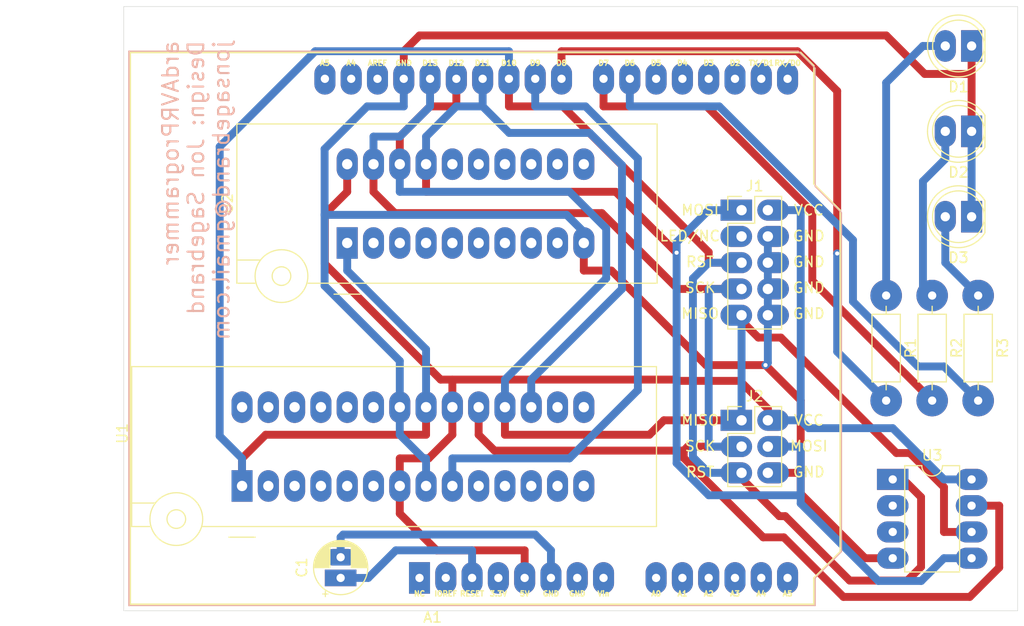
<source format=kicad_pcb>
(kicad_pcb (version 20171130) (host pcbnew 5.1.9-73d0e3b20d~88~ubuntu20.04.1)

  (general
    (thickness 1.6)
    (drawings 5)
    (tracks 217)
    (zones 0)
    (modules 13)
    (nets 71)
  )

  (page A4)
  (layers
    (0 F.Cu signal)
    (31 B.Cu signal)
    (32 B.Adhes user)
    (33 F.Adhes user)
    (34 B.Paste user)
    (35 F.Paste user)
    (36 B.SilkS user)
    (37 F.SilkS user)
    (38 B.Mask user)
    (39 F.Mask user)
    (40 Dwgs.User user)
    (41 Cmts.User user)
    (42 Eco1.User user)
    (43 Eco2.User user)
    (44 Edge.Cuts user)
    (45 Margin user)
    (46 B.CrtYd user)
    (47 F.CrtYd user)
    (48 B.Fab user)
    (49 F.Fab user)
  )

  (setup
    (last_trace_width 0.762)
    (trace_clearance 0.762)
    (zone_clearance 0.508)
    (zone_45_only no)
    (trace_min 0.2)
    (via_size 0.762)
    (via_drill 0.4)
    (via_min_size 0.4)
    (via_min_drill 0.3)
    (uvia_size 0.3)
    (uvia_drill 0.1)
    (uvias_allowed no)
    (uvia_min_size 0.2)
    (uvia_min_drill 0.1)
    (edge_width 0.05)
    (segment_width 0.2)
    (pcb_text_width 0.3)
    (pcb_text_size 1.5 1.5)
    (mod_edge_width 0.12)
    (mod_text_size 1 1)
    (mod_text_width 0.15)
    (pad_size 1.524 1.524)
    (pad_drill 0.762)
    (pad_to_mask_clearance 0)
    (aux_axis_origin 0 0)
    (visible_elements FFFFFF7F)
    (pcbplotparams
      (layerselection 0x010fc_ffffffff)
      (usegerberextensions false)
      (usegerberattributes true)
      (usegerberadvancedattributes true)
      (creategerberjobfile true)
      (excludeedgelayer true)
      (linewidth 0.100000)
      (plotframeref false)
      (viasonmask false)
      (mode 1)
      (useauxorigin false)
      (hpglpennumber 1)
      (hpglpenspeed 20)
      (hpglpendiameter 15.000000)
      (psnegative false)
      (psa4output false)
      (plotreference true)
      (plotvalue true)
      (plotinvisibletext false)
      (padsonsilk false)
      (subtractmaskfromsilk false)
      (outputformat 1)
      (mirror false)
      (drillshape 0)
      (scaleselection 1)
      (outputdirectory "ZIF-Gerber-2.0/"))
  )

  (net 0 "")
  (net 1 "Net-(A1-Pad16)")
  (net 2 "Net-(A1-Pad15)")
  (net 3 "Net-(A1-Pad30)")
  (net 4 "Net-(A1-Pad14)")
  (net 5 GND)
  (net 6 "Net-(A1-Pad13)")
  (net 7 "Net-(A1-Pad28)")
  (net 8 "Net-(A1-Pad12)")
  (net 9 "Net-(A1-Pad27)")
  (net 10 "Net-(A1-Pad11)")
  (net 11 "Net-(A1-Pad26)")
  (net 12 "Net-(A1-Pad10)")
  (net 13 "Net-(A1-Pad25)")
  (net 14 "Net-(A1-Pad9)")
  (net 15 "Net-(A1-Pad24)")
  (net 16 "Net-(A1-Pad8)")
  (net 17 "Net-(A1-Pad23)")
  (net 18 "Net-(A1-Pad7)")
  (net 19 "Net-(A1-Pad22)")
  (net 20 "Net-(A1-Pad6)")
  (net 21 "Net-(A1-Pad21)")
  (net 22 +5V)
  (net 23 "Net-(A1-Pad20)")
  (net 24 "Net-(A1-Pad4)")
  (net 25 "Net-(A1-Pad19)")
  (net 26 "Net-(A1-Pad3)")
  (net 27 "Net-(A1-Pad18)")
  (net 28 "Net-(A1-Pad2)")
  (net 29 "Net-(A1-Pad17)")
  (net 30 "Net-(A1-Pad1)")
  (net 31 "Net-(A1-Pad31)")
  (net 32 "Net-(A1-Pad32)")
  (net 33 "Net-(D1-Pad2)")
  (net 34 "Net-(D2-Pad2)")
  (net 35 "Net-(D3-Pad2)")
  (net 36 "Net-(J1-Pad3)")
  (net 37 "Net-(U1-Pad15)")
  (net 38 "Net-(U1-Pad14)")
  (net 39 "Net-(U1-Pad16)")
  (net 40 "Net-(U1-Pad13)")
  (net 41 "Net-(U1-Pad12)")
  (net 42 "Net-(U1-Pad11)")
  (net 43 "Net-(U1-Pad10)")
  (net 44 "Net-(U1-Pad23)")
  (net 45 "Net-(U1-Pad6)")
  (net 46 "Net-(U1-Pad24)")
  (net 47 "Net-(U1-Pad5)")
  (net 48 "Net-(U1-Pad25)")
  (net 49 "Net-(U1-Pad4)")
  (net 50 "Net-(U1-Pad26)")
  (net 51 "Net-(U1-Pad3)")
  (net 52 "Net-(U1-Pad27)")
  (net 53 "Net-(U1-Pad2)")
  (net 54 "Net-(U1-Pad28)")
  (net 55 "Net-(U2-Pad11)")
  (net 56 "Net-(U2-Pad12)")
  (net 57 "Net-(U2-Pad9)")
  (net 58 "Net-(U2-Pad13)")
  (net 59 "Net-(U2-Pad8)")
  (net 60 "Net-(U2-Pad14)")
  (net 61 "Net-(U2-Pad7)")
  (net 62 "Net-(U2-Pad15)")
  (net 63 "Net-(U2-Pad6)")
  (net 64 "Net-(U2-Pad16)")
  (net 65 "Net-(U2-Pad5)")
  (net 66 "Net-(U2-Pad4)")
  (net 67 "Net-(U2-Pad3)")
  (net 68 "Net-(U2-Pad2)")
  (net 69 "Net-(U3-Pad3)")
  (net 70 "Net-(U3-Pad2)")

  (net_class Default "This is the default net class."
    (clearance 0.762)
    (trace_width 0.762)
    (via_dia 0.762)
    (via_drill 0.4)
    (uvia_dia 0.3)
    (uvia_drill 0.1)
    (add_net +5V)
    (add_net GND)
    (add_net "Net-(A1-Pad1)")
    (add_net "Net-(A1-Pad10)")
    (add_net "Net-(A1-Pad11)")
    (add_net "Net-(A1-Pad12)")
    (add_net "Net-(A1-Pad13)")
    (add_net "Net-(A1-Pad14)")
    (add_net "Net-(A1-Pad15)")
    (add_net "Net-(A1-Pad16)")
    (add_net "Net-(A1-Pad17)")
    (add_net "Net-(A1-Pad18)")
    (add_net "Net-(A1-Pad19)")
    (add_net "Net-(A1-Pad2)")
    (add_net "Net-(A1-Pad20)")
    (add_net "Net-(A1-Pad21)")
    (add_net "Net-(A1-Pad22)")
    (add_net "Net-(A1-Pad23)")
    (add_net "Net-(A1-Pad24)")
    (add_net "Net-(A1-Pad25)")
    (add_net "Net-(A1-Pad26)")
    (add_net "Net-(A1-Pad27)")
    (add_net "Net-(A1-Pad28)")
    (add_net "Net-(A1-Pad3)")
    (add_net "Net-(A1-Pad30)")
    (add_net "Net-(A1-Pad31)")
    (add_net "Net-(A1-Pad32)")
    (add_net "Net-(A1-Pad4)")
    (add_net "Net-(A1-Pad6)")
    (add_net "Net-(A1-Pad7)")
    (add_net "Net-(A1-Pad8)")
    (add_net "Net-(A1-Pad9)")
    (add_net "Net-(D1-Pad2)")
    (add_net "Net-(D2-Pad2)")
    (add_net "Net-(D3-Pad2)")
    (add_net "Net-(J1-Pad3)")
    (add_net "Net-(U1-Pad10)")
    (add_net "Net-(U1-Pad11)")
    (add_net "Net-(U1-Pad12)")
    (add_net "Net-(U1-Pad13)")
    (add_net "Net-(U1-Pad14)")
    (add_net "Net-(U1-Pad15)")
    (add_net "Net-(U1-Pad16)")
    (add_net "Net-(U1-Pad2)")
    (add_net "Net-(U1-Pad23)")
    (add_net "Net-(U1-Pad24)")
    (add_net "Net-(U1-Pad25)")
    (add_net "Net-(U1-Pad26)")
    (add_net "Net-(U1-Pad27)")
    (add_net "Net-(U1-Pad28)")
    (add_net "Net-(U1-Pad3)")
    (add_net "Net-(U1-Pad4)")
    (add_net "Net-(U1-Pad5)")
    (add_net "Net-(U1-Pad6)")
    (add_net "Net-(U2-Pad11)")
    (add_net "Net-(U2-Pad12)")
    (add_net "Net-(U2-Pad13)")
    (add_net "Net-(U2-Pad14)")
    (add_net "Net-(U2-Pad15)")
    (add_net "Net-(U2-Pad16)")
    (add_net "Net-(U2-Pad2)")
    (add_net "Net-(U2-Pad3)")
    (add_net "Net-(U2-Pad4)")
    (add_net "Net-(U2-Pad5)")
    (add_net "Net-(U2-Pad6)")
    (add_net "Net-(U2-Pad7)")
    (add_net "Net-(U2-Pad8)")
    (add_net "Net-(U2-Pad9)")
    (add_net "Net-(U3-Pad2)")
    (add_net "Net-(U3-Pad3)")
  )

  (module My_Misc:CP_Radial_D5.0mm_P2.00mm_larger (layer F.Cu) (tedit 5EAC95A0) (tstamp 600654CE)
    (at 109.22 117.475 90)
    (descr "CP, Radial series, Radial, pin pitch=2.00mm, , diameter=5mm, Electrolytic Capacitor")
    (tags "CP Radial series Radial pin pitch 2.00mm  diameter 5mm Electrolytic Capacitor")
    (path /600626CB)
    (fp_text reference C1 (at 1 -3.75 90) (layer F.SilkS)
      (effects (font (size 1 1) (thickness 0.15)))
    )
    (fp_text value 10u (at 1 3.75 90) (layer F.Fab)
      (effects (font (size 1 1) (thickness 0.15)))
    )
    (fp_circle (center 1 0) (end 3.5 0) (layer F.Fab) (width 0.1))
    (fp_circle (center 1 0) (end 3.62 0) (layer F.SilkS) (width 0.12))
    (fp_circle (center 1 0) (end 3.75 0) (layer F.CrtYd) (width 0.05))
    (fp_line (start -1.133605 -1.0875) (end -0.633605 -1.0875) (layer F.Fab) (width 0.1))
    (fp_line (start -0.883605 -1.3375) (end -0.883605 -0.8375) (layer F.Fab) (width 0.1))
    (fp_line (start 1 1.04) (end 1 2.58) (layer F.SilkS) (width 0.12))
    (fp_line (start 1 -2.58) (end 1 -1.04) (layer F.SilkS) (width 0.12))
    (fp_line (start 1.04 1.04) (end 1.04 2.58) (layer F.SilkS) (width 0.12))
    (fp_line (start 1.04 -2.58) (end 1.04 -1.04) (layer F.SilkS) (width 0.12))
    (fp_line (start 1.08 -2.579) (end 1.08 -1.04) (layer F.SilkS) (width 0.12))
    (fp_line (start 1.08 1.04) (end 1.08 2.579) (layer F.SilkS) (width 0.12))
    (fp_line (start 1.12 -2.578) (end 1.12 -1.04) (layer F.SilkS) (width 0.12))
    (fp_line (start 1.12 1.04) (end 1.12 2.578) (layer F.SilkS) (width 0.12))
    (fp_line (start 1.16 -2.576) (end 1.16 -1.04) (layer F.SilkS) (width 0.12))
    (fp_line (start 1.16 1.04) (end 1.16 2.576) (layer F.SilkS) (width 0.12))
    (fp_line (start 1.2 -2.573) (end 1.2 -1.04) (layer F.SilkS) (width 0.12))
    (fp_line (start 1.2 1.04) (end 1.2 2.573) (layer F.SilkS) (width 0.12))
    (fp_line (start 1.24 -2.569) (end 1.24 -1.04) (layer F.SilkS) (width 0.12))
    (fp_line (start 1.24 1.04) (end 1.24 2.569) (layer F.SilkS) (width 0.12))
    (fp_line (start 1.28 -2.565) (end 1.28 -1.04) (layer F.SilkS) (width 0.12))
    (fp_line (start 1.28 1.04) (end 1.28 2.565) (layer F.SilkS) (width 0.12))
    (fp_line (start 1.32 -2.561) (end 1.32 -1.04) (layer F.SilkS) (width 0.12))
    (fp_line (start 1.32 1.04) (end 1.32 2.561) (layer F.SilkS) (width 0.12))
    (fp_line (start 1.36 -2.556) (end 1.36 -1.04) (layer F.SilkS) (width 0.12))
    (fp_line (start 1.36 1.04) (end 1.36 2.556) (layer F.SilkS) (width 0.12))
    (fp_line (start 1.4 -2.55) (end 1.4 -1.04) (layer F.SilkS) (width 0.12))
    (fp_line (start 1.4 1.04) (end 1.4 2.55) (layer F.SilkS) (width 0.12))
    (fp_line (start 1.44 -2.543) (end 1.44 -1.04) (layer F.SilkS) (width 0.12))
    (fp_line (start 1.44 1.04) (end 1.44 2.543) (layer F.SilkS) (width 0.12))
    (fp_line (start 1.48 -2.536) (end 1.48 -1.04) (layer F.SilkS) (width 0.12))
    (fp_line (start 1.48 1.04) (end 1.48 2.536) (layer F.SilkS) (width 0.12))
    (fp_line (start 1.52 -2.528) (end 1.52 -1.04) (layer F.SilkS) (width 0.12))
    (fp_line (start 1.52 1.04) (end 1.52 2.528) (layer F.SilkS) (width 0.12))
    (fp_line (start 1.56 -2.52) (end 1.56 -1.04) (layer F.SilkS) (width 0.12))
    (fp_line (start 1.56 1.04) (end 1.56 2.52) (layer F.SilkS) (width 0.12))
    (fp_line (start 1.6 -2.511) (end 1.6 -1.04) (layer F.SilkS) (width 0.12))
    (fp_line (start 1.6 1.04) (end 1.6 2.511) (layer F.SilkS) (width 0.12))
    (fp_line (start 1.64 -2.501) (end 1.64 -1.04) (layer F.SilkS) (width 0.12))
    (fp_line (start 1.64 1.04) (end 1.64 2.501) (layer F.SilkS) (width 0.12))
    (fp_line (start 1.68 -2.491) (end 1.68 -1.04) (layer F.SilkS) (width 0.12))
    (fp_line (start 1.68 1.04) (end 1.68 2.491) (layer F.SilkS) (width 0.12))
    (fp_line (start 1.721 -2.48) (end 1.721 -1.04) (layer F.SilkS) (width 0.12))
    (fp_line (start 1.721 1.04) (end 1.721 2.48) (layer F.SilkS) (width 0.12))
    (fp_line (start 1.761 -2.468) (end 1.761 -1.04) (layer F.SilkS) (width 0.12))
    (fp_line (start 1.761 1.04) (end 1.761 2.468) (layer F.SilkS) (width 0.12))
    (fp_line (start 1.801 -2.455) (end 1.801 -1.04) (layer F.SilkS) (width 0.12))
    (fp_line (start 1.801 1.04) (end 1.801 2.455) (layer F.SilkS) (width 0.12))
    (fp_line (start 1.841 -2.442) (end 1.841 -1.04) (layer F.SilkS) (width 0.12))
    (fp_line (start 1.841 1.04) (end 1.841 2.442) (layer F.SilkS) (width 0.12))
    (fp_line (start 1.881 -2.428) (end 1.881 -1.04) (layer F.SilkS) (width 0.12))
    (fp_line (start 1.881 1.04) (end 1.881 2.428) (layer F.SilkS) (width 0.12))
    (fp_line (start 1.921 -2.414) (end 1.921 -1.04) (layer F.SilkS) (width 0.12))
    (fp_line (start 1.921 1.04) (end 1.921 2.414) (layer F.SilkS) (width 0.12))
    (fp_line (start 1.961 -2.398) (end 1.961 -1.04) (layer F.SilkS) (width 0.12))
    (fp_line (start 1.961 1.04) (end 1.961 2.398) (layer F.SilkS) (width 0.12))
    (fp_line (start 2.001 -2.382) (end 2.001 -1.04) (layer F.SilkS) (width 0.12))
    (fp_line (start 2.001 1.04) (end 2.001 2.382) (layer F.SilkS) (width 0.12))
    (fp_line (start 2.041 -2.365) (end 2.041 -1.04) (layer F.SilkS) (width 0.12))
    (fp_line (start 2.041 1.04) (end 2.041 2.365) (layer F.SilkS) (width 0.12))
    (fp_line (start 2.081 -2.348) (end 2.081 -1.04) (layer F.SilkS) (width 0.12))
    (fp_line (start 2.081 1.04) (end 2.081 2.348) (layer F.SilkS) (width 0.12))
    (fp_line (start 2.121 -2.329) (end 2.121 -1.04) (layer F.SilkS) (width 0.12))
    (fp_line (start 2.121 1.04) (end 2.121 2.329) (layer F.SilkS) (width 0.12))
    (fp_line (start 2.161 -2.31) (end 2.161 -1.04) (layer F.SilkS) (width 0.12))
    (fp_line (start 2.161 1.04) (end 2.161 2.31) (layer F.SilkS) (width 0.12))
    (fp_line (start 2.201 -2.29) (end 2.201 -1.04) (layer F.SilkS) (width 0.12))
    (fp_line (start 2.201 1.04) (end 2.201 2.29) (layer F.SilkS) (width 0.12))
    (fp_line (start 2.241 -2.268) (end 2.241 -1.04) (layer F.SilkS) (width 0.12))
    (fp_line (start 2.241 1.04) (end 2.241 2.268) (layer F.SilkS) (width 0.12))
    (fp_line (start 2.281 -2.247) (end 2.281 -1.04) (layer F.SilkS) (width 0.12))
    (fp_line (start 2.281 1.04) (end 2.281 2.247) (layer F.SilkS) (width 0.12))
    (fp_line (start 2.321 -2.224) (end 2.321 -1.04) (layer F.SilkS) (width 0.12))
    (fp_line (start 2.321 1.04) (end 2.321 2.224) (layer F.SilkS) (width 0.12))
    (fp_line (start 2.361 -2.2) (end 2.361 -1.04) (layer F.SilkS) (width 0.12))
    (fp_line (start 2.361 1.04) (end 2.361 2.2) (layer F.SilkS) (width 0.12))
    (fp_line (start 2.401 -2.175) (end 2.401 -1.04) (layer F.SilkS) (width 0.12))
    (fp_line (start 2.401 1.04) (end 2.401 2.175) (layer F.SilkS) (width 0.12))
    (fp_line (start 2.441 -2.149) (end 2.441 -1.04) (layer F.SilkS) (width 0.12))
    (fp_line (start 2.441 1.04) (end 2.441 2.149) (layer F.SilkS) (width 0.12))
    (fp_line (start 2.481 -2.122) (end 2.481 -1.04) (layer F.SilkS) (width 0.12))
    (fp_line (start 2.481 1.04) (end 2.481 2.122) (layer F.SilkS) (width 0.12))
    (fp_line (start 2.521 -2.095) (end 2.521 -1.04) (layer F.SilkS) (width 0.12))
    (fp_line (start 2.521 1.04) (end 2.521 2.095) (layer F.SilkS) (width 0.12))
    (fp_line (start 2.561 -2.065) (end 2.561 -1.04) (layer F.SilkS) (width 0.12))
    (fp_line (start 2.561 1.04) (end 2.561 2.065) (layer F.SilkS) (width 0.12))
    (fp_line (start 2.601 -2.035) (end 2.601 -1.04) (layer F.SilkS) (width 0.12))
    (fp_line (start 2.601 1.04) (end 2.601 2.035) (layer F.SilkS) (width 0.12))
    (fp_line (start 2.641 -2.004) (end 2.641 -1.04) (layer F.SilkS) (width 0.12))
    (fp_line (start 2.641 1.04) (end 2.641 2.004) (layer F.SilkS) (width 0.12))
    (fp_line (start 2.681 -1.971) (end 2.681 -1.04) (layer F.SilkS) (width 0.12))
    (fp_line (start 2.681 1.04) (end 2.681 1.971) (layer F.SilkS) (width 0.12))
    (fp_line (start 2.721 -1.937) (end 2.721 -1.04) (layer F.SilkS) (width 0.12))
    (fp_line (start 2.721 1.04) (end 2.721 1.937) (layer F.SilkS) (width 0.12))
    (fp_line (start 2.761 -1.901) (end 2.761 -1.04) (layer F.SilkS) (width 0.12))
    (fp_line (start 2.761 1.04) (end 2.761 1.901) (layer F.SilkS) (width 0.12))
    (fp_line (start 2.801 -1.864) (end 2.801 -1.04) (layer F.SilkS) (width 0.12))
    (fp_line (start 2.801 1.04) (end 2.801 1.864) (layer F.SilkS) (width 0.12))
    (fp_line (start 2.841 -1.826) (end 2.841 -1.04) (layer F.SilkS) (width 0.12))
    (fp_line (start 2.841 1.04) (end 2.841 1.826) (layer F.SilkS) (width 0.12))
    (fp_line (start 2.881 -1.785) (end 2.881 -1.04) (layer F.SilkS) (width 0.12))
    (fp_line (start 2.881 1.04) (end 2.881 1.785) (layer F.SilkS) (width 0.12))
    (fp_line (start 2.921 -1.743) (end 2.921 -1.04) (layer F.SilkS) (width 0.12))
    (fp_line (start 2.921 1.04) (end 2.921 1.743) (layer F.SilkS) (width 0.12))
    (fp_line (start 2.961 -1.699) (end 2.961 -1.04) (layer F.SilkS) (width 0.12))
    (fp_line (start 2.961 1.04) (end 2.961 1.699) (layer F.SilkS) (width 0.12))
    (fp_line (start 3.001 -1.653) (end 3.001 -1.04) (layer F.SilkS) (width 0.12))
    (fp_line (start 3.001 1.04) (end 3.001 1.653) (layer F.SilkS) (width 0.12))
    (fp_line (start 3.041 -1.605) (end 3.041 1.605) (layer F.SilkS) (width 0.12))
    (fp_line (start 3.081 -1.554) (end 3.081 1.554) (layer F.SilkS) (width 0.12))
    (fp_line (start 3.121 -1.5) (end 3.121 1.5) (layer F.SilkS) (width 0.12))
    (fp_line (start 3.161 -1.443) (end 3.161 1.443) (layer F.SilkS) (width 0.12))
    (fp_line (start 3.201 -1.383) (end 3.201 1.383) (layer F.SilkS) (width 0.12))
    (fp_line (start 3.241 -1.319) (end 3.241 1.319) (layer F.SilkS) (width 0.12))
    (fp_line (start 3.281 -1.251) (end 3.281 1.251) (layer F.SilkS) (width 0.12))
    (fp_line (start 3.321 -1.178) (end 3.321 1.178) (layer F.SilkS) (width 0.12))
    (fp_line (start 3.361 -1.098) (end 3.361 1.098) (layer F.SilkS) (width 0.12))
    (fp_line (start 3.401 -1.011) (end 3.401 1.011) (layer F.SilkS) (width 0.12))
    (fp_line (start 3.441 -0.915) (end 3.441 0.915) (layer F.SilkS) (width 0.12))
    (fp_line (start 3.481 -0.805) (end 3.481 0.805) (layer F.SilkS) (width 0.12))
    (fp_line (start 3.521 -0.677) (end 3.521 0.677) (layer F.SilkS) (width 0.12))
    (fp_line (start 3.561 -0.518) (end 3.561 0.518) (layer F.SilkS) (width 0.12))
    (fp_line (start 3.601 -0.284) (end 3.601 0.284) (layer F.SilkS) (width 0.12))
    (fp_line (start -1.804775 -1.475) (end -1.304775 -1.475) (layer F.SilkS) (width 0.12))
    (fp_line (start -1.554775 -1.725) (end -1.554775 -1.225) (layer F.SilkS) (width 0.12))
    (fp_text user %R (at 1 0 90) (layer F.Fab)
      (effects (font (size 1 1) (thickness 0.15)))
    )
    (pad 2 thru_hole oval (at 2 0 90) (size 1.6 3.048) (drill 0.8) (layers *.Cu *.Mask)
      (net 20 "Net-(A1-Pad6)"))
    (pad 1 thru_hole rect (at 0 0 90) (size 1.6 3.048) (drill 0.8) (layers *.Cu *.Mask)
      (net 26 "Net-(A1-Pad3)"))
    (model ${KISYS3DMOD}/Capacitor_THT.3dshapes/CP_Radial_D5.0mm_P2.00mm.wrl
      (at (xyz 0 0 0))
      (scale (xyz 1 1 1))
      (rotate (xyz 0 0 0))
    )
  )

  (module My_Misc:ZIF_DIP_Socket-28_W6.9_W7.62_W7.62_W12.7_W13.5_large (layer F.Cu) (tedit 6005D0C2) (tstamp 5FF25E17)
    (at 99.695 108.585 90)
    (descr "3M 28-pin zero insertion force socket, through-hole, row spacing 10.16 mm (400 mils), http://multimedia.3m.com/mws/media/494546O/3mtm-dip-sockets-100-2-54-mm-ts0365.pdf")
    (tags "THT DIP DIL ZIF 10.16mm 400mil Socket")
    (path /5FF8BA81)
    (fp_text reference U1 (at 5.08 -11.56 90) (layer F.SilkS)
      (effects (font (size 1 1) (thickness 0.15)))
    )
    (fp_text value ATmega328-PU (at 5.08 40.94 90) (layer F.Fab)
      (effects (font (size 0.6 0.6) (thickness 0.09)))
    )
    (fp_circle (center -3.2 -6.35) (end -0.65 -6.35) (layer F.SilkS) (width 0.12))
    (fp_circle (center -3.2 -6.35) (end -2.3 -6.35) (layer F.SilkS) (width 0.12))
    (fp_line (start -5.5 -23.36) (end 0.1 -23.36) (layer F.CrtYd) (width 0.05))
    (fp_line (start 0.1 -23.36) (end 0.1 -11.06) (layer F.CrtYd) (width 0.05))
    (fp_line (start 0.1 -11.06) (end 11.94 -11.06) (layer F.CrtYd) (width 0.05))
    (fp_line (start 11.94 40.44) (end -4.32 40.44) (layer F.CrtYd) (width 0.05))
    (fp_line (start -4.32 40.44) (end -4.32 -3.4) (layer F.CrtYd) (width 0.05))
    (fp_line (start -4.32 -3.4) (end -5.5 -3.4) (layer F.CrtYd) (width 0.05))
    (fp_line (start -5.5 -3.4) (end -5.5 -23.36) (layer F.CrtYd) (width 0.05))
    (fp_line (start -5 -21.46) (end -3.7 -22.86) (layer F.Fab) (width 0.1))
    (fp_line (start -3.7 -22.86) (end -1.7 -22.86) (layer F.Fab) (width 0.1))
    (fp_line (start -1.7 -22.86) (end -0.4 -21.46) (layer F.Fab) (width 0.1))
    (fp_line (start -0.4 -21.46) (end -5 -21.46) (layer F.Fab) (width 0.1))
    (fp_line (start -5 -21.46) (end -5 -17.86) (layer F.Fab) (width 0.1))
    (fp_line (start -5 -17.86) (end -0.4 -17.86) (layer F.Fab) (width 0.1))
    (fp_line (start -0.4 -17.86) (end -0.4 -21.46) (layer F.Fab) (width 0.1))
    (fp_line (start -5 -17.86) (end -3.5 -15.86) (layer F.Fab) (width 0.1))
    (fp_line (start -0.4 -17.86) (end -1.9 -15.86) (layer F.Fab) (width 0.1))
    (fp_line (start -3.5 -9.75) (end -3.5 -15.86) (layer F.Fab) (width 0.1))
    (fp_line (start -3.5 -15.86) (end -1.9 -15.86) (layer F.Fab) (width 0.1))
    (fp_line (start -1.9 -15.86) (end -1.9 -10.56) (layer F.Fab) (width 0.1))
    (fp_line (start 11.44 39.94) (end -3.82 39.94) (layer F.Fab) (width 0.1))
    (fp_line (start -3.82 39.94) (end -3.82 -9.4) (layer F.Fab) (width 0.1))
    (fp_line (start -3.82 -9.4) (end -2.85 -10.56) (layer F.Fab) (width 0.1))
    (fp_line (start -2.85 -10.56) (end 11.44 -10.56) (layer F.Fab) (width 0.1))
    (fp_line (start -3.92 -3.9) (end -3.92 40.04) (layer F.SilkS) (width 0.12))
    (fp_line (start -3.92 40.04) (end 11.54 40.04) (layer F.SilkS) (width 0.12))
    (fp_line (start 11.54 -10.66) (end -3.92 -10.66) (layer F.SilkS) (width 0.12))
    (fp_line (start -3.92 -10.66) (end -3.92 -8.8) (layer F.SilkS) (width 0.12))
    (fp_line (start -1.65 -10.66) (end -1.65 -8.4) (layer F.SilkS) (width 0.12))
    (fp_line (start -4.95 1.27) (end -4.95 -1.27) (layer F.SilkS) (width 0.12))
    (fp_line (start 11.94 -11.06) (end 11.94 40.44) (layer F.CrtYd) (width 0.05))
    (fp_line (start 11.44 -10.56) (end 11.44 39.94) (layer F.Fab) (width 0.1))
    (fp_line (start 11.54 40.04) (end 11.54 -10.66) (layer F.SilkS) (width 0.12))
    (fp_text user %R (at 5.08 14.69 90) (layer F.Fab)
      (effects (font (size 1 1) (thickness 0.15)))
    )
    (pad 28 thru_hole oval (at 7.62 0 90) (size 3.048 2.032) (drill 1) (layers *.Cu *.Mask)
      (net 54 "Net-(U1-Pad28)"))
    (pad 27 thru_hole oval (at 7.62 2.54 90) (size 3.048 2.032) (drill 1) (layers *.Cu *.Mask)
      (net 52 "Net-(U1-Pad27)"))
    (pad 26 thru_hole oval (at 7.62 5.08 90) (size 3.048 2.032) (drill 1) (layers *.Cu *.Mask)
      (net 50 "Net-(U1-Pad26)"))
    (pad 25 thru_hole oval (at 7.62 7.62 90) (size 3.048 2.032) (drill 1) (layers *.Cu *.Mask)
      (net 48 "Net-(U1-Pad25)"))
    (pad 24 thru_hole oval (at 7.62 10.16 90) (size 3.048 2.032) (drill 1) (layers *.Cu *.Mask)
      (net 46 "Net-(U1-Pad24)"))
    (pad 23 thru_hole oval (at 7.62 12.7 90) (size 3.048 2.032) (drill 1) (layers *.Cu *.Mask)
      (net 44 "Net-(U1-Pad23)"))
    (pad 22 thru_hole oval (at 7.62 15.24 90) (size 3.048 2.032) (drill 1) (layers *.Cu *.Mask)
      (net 5 GND))
    (pad 21 thru_hole oval (at 7.62 17.78 90) (size 3.048 2.032) (drill 1) (layers *.Cu *.Mask)
      (net 13 "Net-(A1-Pad25)"))
    (pad 20 thru_hole oval (at 7.62 20.32 90) (size 3.048 2.032) (drill 1) (layers *.Cu *.Mask)
      (net 22 +5V))
    (pad 19 thru_hole oval (at 7.62 22.86 90) (size 3.048 2.032) (drill 1) (layers *.Cu *.Mask)
      (net 7 "Net-(A1-Pad28)"))
    (pad 18 thru_hole oval (at 7.62 25.4 90) (size 3.048 2.032) (drill 1) (layers *.Cu *.Mask)
      (net 9 "Net-(A1-Pad27)"))
    (pad 17 thru_hole oval (at 7.62 27.94 90) (size 3.048 2.032) (drill 1) (layers *.Cu *.Mask)
      (net 11 "Net-(A1-Pad26)"))
    (pad 16 thru_hole oval (at 7.62 30.48 90) (size 3.048 2.032) (drill 1) (layers *.Cu *.Mask)
      (net 39 "Net-(U1-Pad16)"))
    (pad 15 thru_hole oval (at 7.62 33.02 90) (size 3.048 2.032) (drill 1) (layers *.Cu *.Mask)
      (net 37 "Net-(U1-Pad15)"))
    (pad 14 thru_hole oval (at 0 33.02 90) (size 3.048 2.032) (drill 1) (layers *.Cu *.Mask)
      (net 38 "Net-(U1-Pad14)"))
    (pad 13 thru_hole oval (at 0 30.48 90) (size 3.048 2.032) (drill 1) (layers *.Cu *.Mask)
      (net 40 "Net-(U1-Pad13)"))
    (pad 12 thru_hole oval (at 0 27.94 90) (size 3.048 2.032) (drill 1) (layers *.Cu *.Mask)
      (net 41 "Net-(U1-Pad12)"))
    (pad 11 thru_hole oval (at 0 25.4 90) (size 3.048 2.032) (drill 1) (layers *.Cu *.Mask)
      (net 42 "Net-(U1-Pad11)"))
    (pad 10 thru_hole oval (at 0 22.86 90) (size 3.048 2.032) (drill 1) (layers *.Cu *.Mask)
      (net 43 "Net-(U1-Pad10)"))
    (pad 9 thru_hole oval (at 0 20.32 90) (size 3.048 2.032) (drill 1) (layers *.Cu *.Mask)
      (net 15 "Net-(A1-Pad24)"))
    (pad 8 thru_hole oval (at 0 17.78 90) (size 3.048 2.032) (drill 1) (layers *.Cu *.Mask)
      (net 5 GND))
    (pad 7 thru_hole oval (at 0 15.24 90) (size 3.048 2.032) (drill 1) (layers *.Cu *.Mask)
      (net 22 +5V))
    (pad 6 thru_hole oval (at 0 12.7 90) (size 3.048 2.032) (drill 1) (layers *.Cu *.Mask)
      (net 45 "Net-(U1-Pad6)"))
    (pad 5 thru_hole oval (at 0 10.16 90) (size 3.048 2.032) (drill 1) (layers *.Cu *.Mask)
      (net 47 "Net-(U1-Pad5)"))
    (pad 4 thru_hole oval (at 0 7.62 90) (size 3.048 2.032) (drill 1) (layers *.Cu *.Mask)
      (net 49 "Net-(U1-Pad4)"))
    (pad 3 thru_hole oval (at 0 5.08 90) (size 3.048 2.032) (drill 1) (layers *.Cu *.Mask)
      (net 51 "Net-(U1-Pad3)"))
    (pad 2 thru_hole oval (at 0 2.54 90) (size 3.048 2.032) (drill 1) (layers *.Cu *.Mask)
      (net 53 "Net-(U1-Pad2)"))
    (pad 1 thru_hole rect (at 0 0 90) (size 3.048 2.032) (drill 1) (layers *.Cu *.Mask)
      (net 13 "Net-(A1-Pad25)"))
    (model ${KISYS3DMOD}/Socket.3dshapes/DIP_Socket-28_W6.9_W7.62_W10.16_W12.7_W13.5_3M_228-4817-00-0602J.wrl
      (at (xyz 0 0 0))
      (scale (xyz 1 1 1))
      (rotate (xyz 0 0 0))
    )
  )

  (module My_Misc:DIP-8_W7.62mm_larger (layer F.Cu) (tedit 5ED7C2D9) (tstamp 5FF25E6E)
    (at 162.56 107.95)
    (descr "8-lead though-hole mounted DIP package, row spacing 7.62 mm (300 mils)")
    (tags "THT DIP DIL PDIP 2.54mm 7.62mm 300mil")
    (path /5FF8CE2A)
    (fp_text reference U3 (at 3.81 -2.33) (layer F.SilkS)
      (effects (font (size 1 1) (thickness 0.15)))
    )
    (fp_text value ATtiny85-20PU (at 3.81 9.95) (layer F.Fab)
      (effects (font (size 1 1) (thickness 0.15)))
    )
    (fp_line (start 1.635 -1.27) (end 6.985 -1.27) (layer F.Fab) (width 0.1))
    (fp_line (start 6.985 -1.27) (end 6.985 8.89) (layer F.Fab) (width 0.1))
    (fp_line (start 6.985 8.89) (end 0.635 8.89) (layer F.Fab) (width 0.1))
    (fp_line (start 0.635 8.89) (end 0.635 -0.27) (layer F.Fab) (width 0.1))
    (fp_line (start 0.635 -0.27) (end 1.635 -1.27) (layer F.Fab) (width 0.1))
    (fp_line (start 2.81 -1.33) (end 1.16 -1.33) (layer F.SilkS) (width 0.12))
    (fp_line (start 1.16 -1.33) (end 1.16 8.95) (layer F.SilkS) (width 0.12))
    (fp_line (start 1.16 8.95) (end 6.46 8.95) (layer F.SilkS) (width 0.12))
    (fp_line (start 6.46 8.95) (end 6.46 -1.33) (layer F.SilkS) (width 0.12))
    (fp_line (start 6.46 -1.33) (end 4.81 -1.33) (layer F.SilkS) (width 0.12))
    (fp_line (start -1.1 -1.55) (end -1.1 9.15) (layer F.CrtYd) (width 0.05))
    (fp_line (start -1.1 9.15) (end 8.7 9.15) (layer F.CrtYd) (width 0.05))
    (fp_line (start 8.7 9.15) (end 8.7 -1.55) (layer F.CrtYd) (width 0.05))
    (fp_line (start 8.7 -1.55) (end -1.1 -1.55) (layer F.CrtYd) (width 0.05))
    (fp_text user %R (at 3.81 3.81) (layer F.Fab)
      (effects (font (size 1 1) (thickness 0.15)))
    )
    (fp_arc (start 3.81 -1.33) (end 2.81 -1.33) (angle -180) (layer F.SilkS) (width 0.12))
    (pad 8 thru_hole oval (at 7.62 0) (size 3.048 2.032) (drill 0.8) (layers *.Cu *.Mask)
      (net 22 +5V))
    (pad 4 thru_hole oval (at 0 7.62) (size 3.048 2.032) (drill 0.8) (layers *.Cu *.Mask)
      (net 5 GND))
    (pad 7 thru_hole oval (at 7.62 2.54) (size 3.048 2.032) (drill 0.8) (layers *.Cu *.Mask)
      (net 7 "Net-(A1-Pad28)"))
    (pad 3 thru_hole oval (at 0 5.08) (size 3.048 2.032) (drill 0.8) (layers *.Cu *.Mask)
      (net 69 "Net-(U3-Pad3)"))
    (pad 6 thru_hole oval (at 7.62 5.08) (size 3.048 2.032) (drill 0.8) (layers *.Cu *.Mask)
      (net 9 "Net-(A1-Pad27)"))
    (pad 2 thru_hole oval (at 0 2.54) (size 3.048 2.032) (drill 0.8) (layers *.Cu *.Mask)
      (net 70 "Net-(U3-Pad2)"))
    (pad 5 thru_hole oval (at 7.62 7.62) (size 3.048 2.032) (drill 0.8) (layers *.Cu *.Mask)
      (net 11 "Net-(A1-Pad26)"))
    (pad 1 thru_hole rect (at 0 0) (size 3.048 2.032) (drill 0.8) (layers *.Cu *.Mask)
      (net 13 "Net-(A1-Pad25)"))
    (model ${KISYS3DMOD}/Package_DIP.3dshapes/DIP-8_W7.62mm.wrl
      (at (xyz 0 0 0))
      (scale (xyz 1 1 1))
      (rotate (xyz 0 0 0))
    )
  )

  (module My_Misc:ZIF_DIP_Socket-20_W4.3_W5.08_W7.62_W10.16_W10.9_3M_220-3342-00-0602J_large (layer F.Cu) (tedit 5FF0B0EC) (tstamp 5FF25E52)
    (at 109.855 85.09 90)
    (descr "3M 20-pin zero insertion force socket, through-hole, row spacing 7.62 mm (300 mils), http://multimedia.3m.com/mws/media/494546O/3mtm-dip-sockets-100-2-54-mm-ts0365.pdf")
    (tags "THT DIP DIL ZIF 7.62mm 300mil Socket")
    (path /5FF8C622)
    (fp_text reference U2 (at 3.81 -11.56 90) (layer F.SilkS)
      (effects (font (size 1 1) (thickness 0.15)))
    )
    (fp_text value ATtiny2313-20PU (at 3.81 30.84 90) (layer F.Fab)
      (effects (font (size 0.6 0.6) (thickness 0.09)))
    )
    (fp_line (start -4.95 1.27) (end -4.95 -1.27) (layer F.SilkS) (width 0.12))
    (fp_line (start -1.65 -10.66) (end -1.65 -8.4) (layer F.SilkS) (width 0.12))
    (fp_line (start -3.89 -10.66) (end -3.89 -8.8) (layer F.SilkS) (width 0.12))
    (fp_line (start 11.51 -10.66) (end -3.89 -10.66) (layer F.SilkS) (width 0.12))
    (fp_line (start 11.51 29.94) (end 11.51 -10.66) (layer F.SilkS) (width 0.12))
    (fp_line (start -3.89 29.94) (end 11.51 29.94) (layer F.SilkS) (width 0.12))
    (fp_line (start -3.89 -3.9) (end -3.89 29.94) (layer F.SilkS) (width 0.12))
    (fp_line (start 11.41 -10.56) (end 11.41 29.84) (layer F.Fab) (width 0.1))
    (fp_line (start -2.85 -10.56) (end 11.41 -10.56) (layer F.Fab) (width 0.1))
    (fp_line (start -3.79 -9.4) (end -2.85 -10.56) (layer F.Fab) (width 0.1))
    (fp_line (start -3.79 29.84) (end -3.79 -9.4) (layer F.Fab) (width 0.1))
    (fp_line (start 11.41 29.84) (end -3.79 29.84) (layer F.Fab) (width 0.1))
    (fp_line (start -1.9 -15.86) (end -1.9 -10.56) (layer F.Fab) (width 0.1))
    (fp_line (start -3.5 -15.86) (end -1.9 -15.86) (layer F.Fab) (width 0.1))
    (fp_line (start -3.5 -9.75) (end -3.5 -15.86) (layer F.Fab) (width 0.1))
    (fp_line (start -0.4 -17.86) (end -1.9 -15.86) (layer F.Fab) (width 0.1))
    (fp_line (start -5 -17.86) (end -3.5 -15.86) (layer F.Fab) (width 0.1))
    (fp_line (start -0.4 -17.86) (end -0.4 -21.46) (layer F.Fab) (width 0.1))
    (fp_line (start -5 -17.86) (end -0.4 -17.86) (layer F.Fab) (width 0.1))
    (fp_line (start -5 -21.46) (end -5 -17.86) (layer F.Fab) (width 0.1))
    (fp_line (start -0.4 -21.46) (end -5 -21.46) (layer F.Fab) (width 0.1))
    (fp_line (start -1.7 -22.86) (end -0.4 -21.46) (layer F.Fab) (width 0.1))
    (fp_line (start -3.7 -22.86) (end -1.7 -22.86) (layer F.Fab) (width 0.1))
    (fp_line (start -5 -21.46) (end -3.7 -22.86) (layer F.Fab) (width 0.1))
    (fp_line (start -5.5 -3.4) (end -5.5 -23.36) (layer F.CrtYd) (width 0.05))
    (fp_line (start -4.29 -3.4) (end -5.5 -3.4) (layer F.CrtYd) (width 0.05))
    (fp_line (start -4.29 30.34) (end -4.29 -3.4) (layer F.CrtYd) (width 0.05))
    (fp_line (start 11.91 30.34) (end -4.29 30.34) (layer F.CrtYd) (width 0.05))
    (fp_line (start 11.91 -11.06) (end 11.91 30.34) (layer F.CrtYd) (width 0.05))
    (fp_line (start 0.1 -11.06) (end 11.91 -11.06) (layer F.CrtYd) (width 0.05))
    (fp_line (start 0.1 -23.36) (end 0.1 -11.06) (layer F.CrtYd) (width 0.05))
    (fp_line (start -5.5 -23.36) (end 0.1 -23.36) (layer F.CrtYd) (width 0.05))
    (fp_circle (center -3.2 -6.35) (end -2.3 -6.35) (layer F.SilkS) (width 0.12))
    (fp_circle (center -3.2 -6.35) (end -0.65 -6.35) (layer F.SilkS) (width 0.12))
    (fp_text user %R (at 3.81 9.64 90) (layer F.Fab)
      (effects (font (size 1 1) (thickness 0.15)))
    )
    (pad 11 thru_hole oval (at 7.62 22.86 90) (size 3.048 2.032) (drill 1) (layers *.Cu *.Mask)
      (net 55 "Net-(U2-Pad11)"))
    (pad 10 thru_hole oval (at 0 22.86 90) (size 3.048 2.032) (drill 1) (layers *.Cu *.Mask)
      (net 5 GND))
    (pad 12 thru_hole oval (at 7.62 20.32 90) (size 3.048 2.032) (drill 1) (layers *.Cu *.Mask)
      (net 56 "Net-(U2-Pad12)"))
    (pad 9 thru_hole oval (at 0 20.32 90) (size 3.048 2.032) (drill 1) (layers *.Cu *.Mask)
      (net 57 "Net-(U2-Pad9)"))
    (pad 13 thru_hole oval (at 7.62 17.78 90) (size 3.048 2.032) (drill 1) (layers *.Cu *.Mask)
      (net 58 "Net-(U2-Pad13)"))
    (pad 8 thru_hole oval (at 0 17.78 90) (size 3.048 2.032) (drill 1) (layers *.Cu *.Mask)
      (net 59 "Net-(U2-Pad8)"))
    (pad 14 thru_hole oval (at 7.62 15.24 90) (size 3.048 2.032) (drill 1) (layers *.Cu *.Mask)
      (net 60 "Net-(U2-Pad14)"))
    (pad 7 thru_hole oval (at 0 15.24 90) (size 3.048 2.032) (drill 1) (layers *.Cu *.Mask)
      (net 61 "Net-(U2-Pad7)"))
    (pad 15 thru_hole oval (at 7.62 12.7 90) (size 3.048 2.032) (drill 1) (layers *.Cu *.Mask)
      (net 62 "Net-(U2-Pad15)"))
    (pad 6 thru_hole oval (at 0 12.7 90) (size 3.048 2.032) (drill 1) (layers *.Cu *.Mask)
      (net 63 "Net-(U2-Pad6)"))
    (pad 16 thru_hole oval (at 7.62 10.16 90) (size 3.048 2.032) (drill 1) (layers *.Cu *.Mask)
      (net 64 "Net-(U2-Pad16)"))
    (pad 5 thru_hole oval (at 0 10.16 90) (size 3.048 2.032) (drill 1) (layers *.Cu *.Mask)
      (net 65 "Net-(U2-Pad5)"))
    (pad 17 thru_hole oval (at 7.62 7.62 90) (size 3.048 2.032) (drill 1) (layers *.Cu *.Mask)
      (net 11 "Net-(A1-Pad26)"))
    (pad 4 thru_hole oval (at 0 7.62 90) (size 3.048 2.032) (drill 1) (layers *.Cu *.Mask)
      (net 66 "Net-(U2-Pad4)"))
    (pad 18 thru_hole oval (at 7.62 5.08 90) (size 3.048 2.032) (drill 1) (layers *.Cu *.Mask)
      (net 9 "Net-(A1-Pad27)"))
    (pad 3 thru_hole oval (at 0 5.08 90) (size 3.048 2.032) (drill 1) (layers *.Cu *.Mask)
      (net 67 "Net-(U2-Pad3)"))
    (pad 19 thru_hole oval (at 7.62 2.54 90) (size 3.048 2.032) (drill 1) (layers *.Cu *.Mask)
      (net 7 "Net-(A1-Pad28)"))
    (pad 2 thru_hole oval (at 0 2.54 90) (size 3.048 2.032) (drill 1) (layers *.Cu *.Mask)
      (net 68 "Net-(U2-Pad2)"))
    (pad 20 thru_hole oval (at 7.62 0 90) (size 3.048 2.032) (drill 1) (layers *.Cu *.Mask)
      (net 22 +5V))
    (pad 1 thru_hole rect (at 0 0 90) (size 3.048 2.032) (drill 1) (layers *.Cu *.Mask)
      (net 13 "Net-(A1-Pad25)"))
    (model ${KISYS3DMOD}/Socket.3dshapes/DIP_Socket-20_W4.3_W5.08_W7.62_W10.16_W10.9_3M_220-3342-00-0602J.wrl
      (at (xyz 0 0 0))
      (scale (xyz 1 1 1))
      (rotate (xyz 0 0 0))
    )
  )

  (module My_Misc:R_Axial_DIN0207_L6.3mm_D2.5mm_P10.16mm_Horizontal_larger_pads (layer F.Cu) (tedit 5E4D8416) (tstamp 5FF25DD4)
    (at 170.815 90.17 270)
    (descr "Resistor, Axial_DIN0207 series, Axial, Horizontal, pin pitch=10.16mm, 0.25W = 1/4W, length*diameter=6.3*2.5mm^2, http://cdn-reichelt.de/documents/datenblatt/B400/1_4W%23YAG.pdf")
    (tags "Resistor Axial_DIN0207 series Axial Horizontal pin pitch 10.16mm 0.25W = 1/4W length 6.3mm diameter 2.5mm")
    (path /5FF8E78C)
    (fp_text reference R3 (at 5.08 -2.37 90) (layer F.SilkS)
      (effects (font (size 1 1) (thickness 0.15)))
    )
    (fp_text value 330R (at 5.08 2.37 90) (layer F.Fab) hide
      (effects (font (size 1 1) (thickness 0.15)))
    )
    (fp_line (start 11.21 -1.5) (end -1.05 -1.5) (layer F.CrtYd) (width 0.05))
    (fp_line (start 11.21 1.5) (end 11.21 -1.5) (layer F.CrtYd) (width 0.05))
    (fp_line (start -1.05 1.5) (end 11.21 1.5) (layer F.CrtYd) (width 0.05))
    (fp_line (start -1.05 -1.5) (end -1.05 1.5) (layer F.CrtYd) (width 0.05))
    (fp_line (start 9.12 0) (end 8.35 0) (layer F.SilkS) (width 0.12))
    (fp_line (start 1.04 0) (end 1.81 0) (layer F.SilkS) (width 0.12))
    (fp_line (start 8.35 -1.37) (end 1.81 -1.37) (layer F.SilkS) (width 0.12))
    (fp_line (start 8.35 1.37) (end 8.35 -1.37) (layer F.SilkS) (width 0.12))
    (fp_line (start 1.81 1.37) (end 8.35 1.37) (layer F.SilkS) (width 0.12))
    (fp_line (start 1.81 -1.37) (end 1.81 1.37) (layer F.SilkS) (width 0.12))
    (fp_line (start 10.16 0) (end 8.23 0) (layer F.Fab) (width 0.1))
    (fp_line (start 0 0) (end 1.93 0) (layer F.Fab) (width 0.1))
    (fp_line (start 8.23 -1.25) (end 1.93 -1.25) (layer F.Fab) (width 0.1))
    (fp_line (start 8.23 1.25) (end 8.23 -1.25) (layer F.Fab) (width 0.1))
    (fp_line (start 1.93 1.25) (end 8.23 1.25) (layer F.Fab) (width 0.1))
    (fp_line (start 1.93 -1.25) (end 1.93 1.25) (layer F.Fab) (width 0.1))
    (fp_text user %R (at 5.08 0 90) (layer F.Fab)
      (effects (font (size 1 1) (thickness 0.15)))
    )
    (pad 2 thru_hole circle (at 10.16 0 270) (size 3.048 3.048) (drill 0.8) (layers *.Cu *.Mask)
      (net 21 "Net-(A1-Pad21)"))
    (pad 1 thru_hole circle (at 0 0 270) (size 3.048 3.048) (drill 0.8) (layers *.Cu *.Mask)
      (net 35 "Net-(D3-Pad2)"))
    (model ${KISYS3DMOD}/Resistor_THT.3dshapes/R_Axial_DIN0207_L6.3mm_D2.5mm_P10.16mm_Horizontal.wrl
      (at (xyz 0 0 0))
      (scale (xyz 1 1 1))
      (rotate (xyz 0 0 0))
    )
  )

  (module My_Misc:R_Axial_DIN0207_L6.3mm_D2.5mm_P10.16mm_Horizontal_larger_pads (layer F.Cu) (tedit 5E4D8416) (tstamp 5FF25DBD)
    (at 166.37 90.17 270)
    (descr "Resistor, Axial_DIN0207 series, Axial, Horizontal, pin pitch=10.16mm, 0.25W = 1/4W, length*diameter=6.3*2.5mm^2, http://cdn-reichelt.de/documents/datenblatt/B400/1_4W%23YAG.pdf")
    (tags "Resistor Axial_DIN0207 series Axial Horizontal pin pitch 10.16mm 0.25W = 1/4W length 6.3mm diameter 2.5mm")
    (path /5FF8E3F1)
    (fp_text reference R2 (at 5.08 -2.37 90) (layer F.SilkS)
      (effects (font (size 1 1) (thickness 0.15)))
    )
    (fp_text value 330R (at 5.08 2.37 90) (layer F.Fab) hide
      (effects (font (size 1 1) (thickness 0.15)))
    )
    (fp_line (start 11.21 -1.5) (end -1.05 -1.5) (layer F.CrtYd) (width 0.05))
    (fp_line (start 11.21 1.5) (end 11.21 -1.5) (layer F.CrtYd) (width 0.05))
    (fp_line (start -1.05 1.5) (end 11.21 1.5) (layer F.CrtYd) (width 0.05))
    (fp_line (start -1.05 -1.5) (end -1.05 1.5) (layer F.CrtYd) (width 0.05))
    (fp_line (start 9.12 0) (end 8.35 0) (layer F.SilkS) (width 0.12))
    (fp_line (start 1.04 0) (end 1.81 0) (layer F.SilkS) (width 0.12))
    (fp_line (start 8.35 -1.37) (end 1.81 -1.37) (layer F.SilkS) (width 0.12))
    (fp_line (start 8.35 1.37) (end 8.35 -1.37) (layer F.SilkS) (width 0.12))
    (fp_line (start 1.81 1.37) (end 8.35 1.37) (layer F.SilkS) (width 0.12))
    (fp_line (start 1.81 -1.37) (end 1.81 1.37) (layer F.SilkS) (width 0.12))
    (fp_line (start 10.16 0) (end 8.23 0) (layer F.Fab) (width 0.1))
    (fp_line (start 0 0) (end 1.93 0) (layer F.Fab) (width 0.1))
    (fp_line (start 8.23 -1.25) (end 1.93 -1.25) (layer F.Fab) (width 0.1))
    (fp_line (start 8.23 1.25) (end 8.23 -1.25) (layer F.Fab) (width 0.1))
    (fp_line (start 1.93 1.25) (end 8.23 1.25) (layer F.Fab) (width 0.1))
    (fp_line (start 1.93 -1.25) (end 1.93 1.25) (layer F.Fab) (width 0.1))
    (fp_text user %R (at 5.08 0 90) (layer F.Fab)
      (effects (font (size 1 1) (thickness 0.15)))
    )
    (pad 2 thru_hole circle (at 10.16 0 270) (size 3.048 3.048) (drill 0.8) (layers *.Cu *.Mask)
      (net 19 "Net-(A1-Pad22)"))
    (pad 1 thru_hole circle (at 0 0 270) (size 3.048 3.048) (drill 0.8) (layers *.Cu *.Mask)
      (net 34 "Net-(D2-Pad2)"))
    (model ${KISYS3DMOD}/Resistor_THT.3dshapes/R_Axial_DIN0207_L6.3mm_D2.5mm_P10.16mm_Horizontal.wrl
      (at (xyz 0 0 0))
      (scale (xyz 1 1 1))
      (rotate (xyz 0 0 0))
    )
  )

  (module My_Misc:R_Axial_DIN0207_L6.3mm_D2.5mm_P10.16mm_Horizontal_larger_pads (layer F.Cu) (tedit 5E4D8416) (tstamp 5FF25DA6)
    (at 161.925 90.17 270)
    (descr "Resistor, Axial_DIN0207 series, Axial, Horizontal, pin pitch=10.16mm, 0.25W = 1/4W, length*diameter=6.3*2.5mm^2, http://cdn-reichelt.de/documents/datenblatt/B400/1_4W%23YAG.pdf")
    (tags "Resistor Axial_DIN0207 series Axial Horizontal pin pitch 10.16mm 0.25W = 1/4W length 6.3mm diameter 2.5mm")
    (path /5FF8E072)
    (fp_text reference R1 (at 5.08 -2.37 90) (layer F.SilkS)
      (effects (font (size 1 1) (thickness 0.15)))
    )
    (fp_text value 330R (at 5.08 2.37 90) (layer F.Fab) hide
      (effects (font (size 1 1) (thickness 0.15)))
    )
    (fp_line (start 11.21 -1.5) (end -1.05 -1.5) (layer F.CrtYd) (width 0.05))
    (fp_line (start 11.21 1.5) (end 11.21 -1.5) (layer F.CrtYd) (width 0.05))
    (fp_line (start -1.05 1.5) (end 11.21 1.5) (layer F.CrtYd) (width 0.05))
    (fp_line (start -1.05 -1.5) (end -1.05 1.5) (layer F.CrtYd) (width 0.05))
    (fp_line (start 9.12 0) (end 8.35 0) (layer F.SilkS) (width 0.12))
    (fp_line (start 1.04 0) (end 1.81 0) (layer F.SilkS) (width 0.12))
    (fp_line (start 8.35 -1.37) (end 1.81 -1.37) (layer F.SilkS) (width 0.12))
    (fp_line (start 8.35 1.37) (end 8.35 -1.37) (layer F.SilkS) (width 0.12))
    (fp_line (start 1.81 1.37) (end 8.35 1.37) (layer F.SilkS) (width 0.12))
    (fp_line (start 1.81 -1.37) (end 1.81 1.37) (layer F.SilkS) (width 0.12))
    (fp_line (start 10.16 0) (end 8.23 0) (layer F.Fab) (width 0.1))
    (fp_line (start 0 0) (end 1.93 0) (layer F.Fab) (width 0.1))
    (fp_line (start 8.23 -1.25) (end 1.93 -1.25) (layer F.Fab) (width 0.1))
    (fp_line (start 8.23 1.25) (end 8.23 -1.25) (layer F.Fab) (width 0.1))
    (fp_line (start 1.93 1.25) (end 8.23 1.25) (layer F.Fab) (width 0.1))
    (fp_line (start 1.93 -1.25) (end 1.93 1.25) (layer F.Fab) (width 0.1))
    (fp_text user %R (at 5.08 0 90) (layer F.Fab)
      (effects (font (size 1 1) (thickness 0.15)))
    )
    (pad 2 thru_hole circle (at 10.16 0 270) (size 3.048 3.048) (drill 0.8) (layers *.Cu *.Mask)
      (net 17 "Net-(A1-Pad23)"))
    (pad 1 thru_hole circle (at 0 0 270) (size 3.048 3.048) (drill 0.8) (layers *.Cu *.Mask)
      (net 33 "Net-(D1-Pad2)"))
    (model ${KISYS3DMOD}/Resistor_THT.3dshapes/R_Axial_DIN0207_L6.3mm_D2.5mm_P10.16mm_Horizontal.wrl
      (at (xyz 0 0 0))
      (scale (xyz 1 1 1))
      (rotate (xyz 0 0 0))
    )
  )

  (module My_Headers:2x3_ISP_header_large (layer F.Cu) (tedit 5FF0AEFE) (tstamp 5FF25D8F)
    (at 147.955 102.235)
    (descr "Through hole straight pin header, 2x03, 2.54mm pitch, double rows")
    (tags "Through hole pin header THT 2x03 2.54mm double row")
    (path /5FF17A88)
    (fp_text reference J2 (at 1.27 -2.33) (layer F.SilkS)
      (effects (font (size 1 1) (thickness 0.15)))
    )
    (fp_text value 2x3_ISP_header (at 1.27 7.41) (layer F.Fab) hide
      (effects (font (size 1 1) (thickness 0.15)))
    )
    (fp_line (start 0 -1.27) (end 3.81 -1.27) (layer F.Fab) (width 0.1))
    (fp_line (start 3.81 -1.27) (end 3.81 6.35) (layer F.Fab) (width 0.1))
    (fp_line (start 3.81 6.35) (end -1.27 6.35) (layer F.Fab) (width 0.1))
    (fp_line (start -1.27 6.35) (end -1.27 0) (layer F.Fab) (width 0.1))
    (fp_line (start -1.27 0) (end 0 -1.27) (layer F.Fab) (width 0.1))
    (fp_line (start -1.33 6.41) (end 3.87 6.41) (layer F.SilkS) (width 0.12))
    (fp_line (start -1.33 1.27) (end -1.33 6.41) (layer F.SilkS) (width 0.12))
    (fp_line (start 3.87 -1.33) (end 3.87 6.41) (layer F.SilkS) (width 0.12))
    (fp_line (start -1.33 1.27) (end 1.27 1.27) (layer F.SilkS) (width 0.12))
    (fp_line (start 1.27 1.27) (end 1.27 -1.33) (layer F.SilkS) (width 0.12))
    (fp_line (start 1.27 -1.33) (end 3.87 -1.33) (layer F.SilkS) (width 0.12))
    (fp_line (start -1.33 0) (end -1.33 -1.33) (layer F.SilkS) (width 0.12))
    (fp_line (start -1.33 -1.33) (end 0 -1.33) (layer F.SilkS) (width 0.12))
    (fp_line (start -1.8 -1.8) (end -1.8 6.85) (layer F.CrtYd) (width 0.05))
    (fp_line (start -1.8 6.85) (end 4.35 6.85) (layer F.CrtYd) (width 0.05))
    (fp_line (start 4.35 6.85) (end 4.35 -1.8) (layer F.CrtYd) (width 0.05))
    (fp_line (start 4.35 -1.8) (end -1.8 -1.8) (layer F.CrtYd) (width 0.05))
    (fp_text user GND (at 6.5 5) (layer F.SilkS)
      (effects (font (size 1 1) (thickness 0.15)))
    )
    (fp_text user MOSI (at 6.5 2.5) (layer F.SilkS)
      (effects (font (size 1 1) (thickness 0.15)))
    )
    (fp_text user VCC (at 6.5 0) (layer F.SilkS)
      (effects (font (size 1 1) (thickness 0.15)))
    )
    (fp_text user RST (at -4 5) (layer F.SilkS)
      (effects (font (size 1 1) (thickness 0.15)))
    )
    (fp_text user SCK (at -4 2.5) (layer F.SilkS)
      (effects (font (size 1 1) (thickness 0.15)))
    )
    (fp_text user MISO (at -4 0) (layer F.SilkS)
      (effects (font (size 1 1) (thickness 0.15)))
    )
    (fp_text user %R (at 1.27 2.54 90) (layer F.Fab)
      (effects (font (size 1 1) (thickness 0.15)))
    )
    (pad 6 thru_hole oval (at 2.54 5.08) (size 3.048 2.032) (drill 1 (offset 0.508 0)) (layers *.Cu *.Mask)
      (net 5 GND))
    (pad 5 thru_hole oval (at 0 5.08) (size 3.048 2.032) (drill 1 (offset -0.508 0)) (layers *.Cu *.Mask)
      (net 13 "Net-(A1-Pad25)"))
    (pad 4 thru_hole oval (at 2.54 2.54) (size 3.048 2.032) (drill 1 (offset 0.508 0)) (layers *.Cu *.Mask)
      (net 11 "Net-(A1-Pad26)"))
    (pad 3 thru_hole oval (at 0 2.54) (size 3.048 2.032) (drill 1 (offset -0.508 0)) (layers *.Cu *.Mask)
      (net 7 "Net-(A1-Pad28)"))
    (pad 2 thru_hole oval (at 2.54 0) (size 3.048 2.032) (drill 1 (offset 0.508 0)) (layers *.Cu *.Mask)
      (net 22 +5V))
    (pad 1 thru_hole rect (at 0 0) (size 3.048 2.032) (drill 1 (offset -0.508 0)) (layers *.Cu *.Mask)
      (net 9 "Net-(A1-Pad27)"))
    (model ${KISYS3DMOD}/Connector_PinHeader_2.54mm.3dshapes/PinHeader_2x03_P2.54mm_Vertical.wrl
      (at (xyz 0 0 0))
      (scale (xyz 1 1 1))
      (rotate (xyz 0 0 0))
    )
  )

  (module My_Headers:2x5_ISP_header_large (layer F.Cu) (tedit 5FF1E121) (tstamp 5FF25D6D)
    (at 147.955 81.915)
    (descr "Through hole straight pin header, 2x05, 2.54mm pitch, double rows")
    (tags "Through hole pin header THT 2x05 2.54mm double row")
    (path /5FF18C02)
    (fp_text reference J1 (at 1.27 -2.33) (layer F.SilkS)
      (effects (font (size 1 1) (thickness 0.15)))
    )
    (fp_text value 2x5_ISP_header (at 1.27 12.49) (layer F.Fab) hide
      (effects (font (size 1 1) (thickness 0.15)))
    )
    (fp_line (start 0 -1.27) (end 3.81 -1.27) (layer F.Fab) (width 0.1))
    (fp_line (start 3.81 -1.27) (end 3.81 11.43) (layer F.Fab) (width 0.1))
    (fp_line (start 3.81 11.43) (end -1.27 11.43) (layer F.Fab) (width 0.1))
    (fp_line (start -1.27 11.43) (end -1.27 0) (layer F.Fab) (width 0.1))
    (fp_line (start -1.27 0) (end 0 -1.27) (layer F.Fab) (width 0.1))
    (fp_line (start -1.33 11.49) (end 3.87 11.49) (layer F.SilkS) (width 0.12))
    (fp_line (start -1.33 1.27) (end -1.33 11.49) (layer F.SilkS) (width 0.12))
    (fp_line (start 3.87 -1.33) (end 3.87 11.49) (layer F.SilkS) (width 0.12))
    (fp_line (start -1.33 1.27) (end 1.27 1.27) (layer F.SilkS) (width 0.12))
    (fp_line (start 1.27 1.27) (end 1.27 -1.33) (layer F.SilkS) (width 0.12))
    (fp_line (start 1.27 -1.33) (end 3.87 -1.33) (layer F.SilkS) (width 0.12))
    (fp_line (start -1.33 0) (end -1.33 -1.33) (layer F.SilkS) (width 0.12))
    (fp_line (start -1.33 -1.33) (end 0 -1.33) (layer F.SilkS) (width 0.12))
    (fp_line (start -1.8 -1.8) (end -1.8 11.95) (layer F.CrtYd) (width 0.05))
    (fp_line (start -1.8 11.95) (end 4.35 11.95) (layer F.CrtYd) (width 0.05))
    (fp_line (start 4.35 11.95) (end 4.35 -1.8) (layer F.CrtYd) (width 0.05))
    (fp_line (start 4.35 -1.8) (end -1.8 -1.8) (layer F.CrtYd) (width 0.05))
    (fp_text user GND (at 6.5 10) (layer F.SilkS)
      (effects (font (size 1 1) (thickness 0.15)))
    )
    (fp_text user GND (at 6.5 7.5) (layer F.SilkS)
      (effects (font (size 1 1) (thickness 0.15)))
    )
    (fp_text user GND (at 6.5 5) (layer F.SilkS)
      (effects (font (size 1 1) (thickness 0.15)))
    )
    (fp_text user GND (at 6.5 2.5) (layer F.SilkS)
      (effects (font (size 1 1) (thickness 0.15)))
    )
    (fp_text user VCC (at 6.5 0) (layer F.SilkS)
      (effects (font (size 1 1) (thickness 0.15)))
    )
    (fp_text user MISO (at -4 10) (layer F.SilkS)
      (effects (font (size 1 1) (thickness 0.15)))
    )
    (fp_text user SCK (at -4 7.5) (layer F.SilkS)
      (effects (font (size 1 1) (thickness 0.15)))
    )
    (fp_text user RST (at -4 5) (layer F.SilkS)
      (effects (font (size 1 1) (thickness 0.15)))
    )
    (fp_text user LED/NC (at -5 2.5) (layer F.SilkS)
      (effects (font (size 1 1) (thickness 0.15)))
    )
    (fp_text user MOSI (at -4 0) (layer F.SilkS)
      (effects (font (size 1 1) (thickness 0.15)))
    )
    (fp_text user %R (at 1.27 5.08 90) (layer F.Fab)
      (effects (font (size 1 1) (thickness 0.15)))
    )
    (pad 10 thru_hole oval (at 2.54 10.16) (size 3.048 2.032) (drill 1 (offset 0.508 0)) (layers *.Cu *.Mask)
      (net 5 GND))
    (pad 9 thru_hole oval (at 0 10.16) (size 3.048 2.032) (drill 1 (offset -0.508 0)) (layers *.Cu *.Mask)
      (net 9 "Net-(A1-Pad27)"))
    (pad 8 thru_hole oval (at 2.54 7.62) (size 3.048 2.032) (drill 1 (offset 0.508 0)) (layers *.Cu *.Mask)
      (net 5 GND))
    (pad 7 thru_hole oval (at 0 7.62) (size 3.048 2.032) (drill 1 (offset -0.508 0)) (layers *.Cu *.Mask)
      (net 7 "Net-(A1-Pad28)"))
    (pad 6 thru_hole oval (at 2.54 5.08) (size 3.048 2.032) (drill 1 (offset 0.508 0)) (layers *.Cu *.Mask)
      (net 5 GND))
    (pad 5 thru_hole oval (at 0 5.08) (size 3.048 2.032) (drill 1 (offset -0.508 0)) (layers *.Cu *.Mask)
      (net 13 "Net-(A1-Pad25)"))
    (pad 4 thru_hole oval (at 2.54 2.54) (size 3.048 2.032) (drill 1 (offset 0.508 0)) (layers *.Cu *.Mask)
      (net 5 GND))
    (pad 3 thru_hole oval (at 0 2.54) (size 3.048 2.032) (drill 1 (offset -0.508 0)) (layers *.Cu *.Mask)
      (net 36 "Net-(J1-Pad3)"))
    (pad 2 thru_hole oval (at 2.54 0) (size 3.048 2.032) (drill 1 (offset 0.508 0)) (layers *.Cu *.Mask)
      (net 22 +5V))
    (pad 1 thru_hole rect (at 0 0) (size 3.048 2.032) (drill 1 (offset -0.508 0)) (layers *.Cu *.Mask)
      (net 11 "Net-(A1-Pad26)"))
    (model ${KISYS3DMOD}/Connector_PinHeader_2.54mm.3dshapes/PinHeader_2x05_P2.54mm_Vertical.wrl
      (at (xyz 0 0 0))
      (scale (xyz 1 1 1))
      (rotate (xyz 0 0 0))
    )
  )

  (module My_Misc:LED_D5.0mm_larger_pads (layer F.Cu) (tedit 5E641F12) (tstamp 5FF25D43)
    (at 170.18 82.55 180)
    (descr "LED, diameter 5.0mm, 2 pins, http://cdn-reichelt.de/documents/datenblatt/A500/LL-504BC2E-009.pdf")
    (tags "LED diameter 5.0mm 2 pins")
    (path /5FF8DC98)
    (fp_text reference D3 (at 1.27 -3.96) (layer F.SilkS)
      (effects (font (size 1 1) (thickness 0.15)))
    )
    (fp_text value LED (at 1.27 3.96) (layer F.Fab) hide
      (effects (font (size 1 1) (thickness 0.15)))
    )
    (fp_line (start 4.5 -3.25) (end -1.95 -3.25) (layer F.CrtYd) (width 0.05))
    (fp_line (start 4.5 3.25) (end 4.5 -3.25) (layer F.CrtYd) (width 0.05))
    (fp_line (start -1.95 3.25) (end 4.5 3.25) (layer F.CrtYd) (width 0.05))
    (fp_line (start -1.95 -3.25) (end -1.95 3.25) (layer F.CrtYd) (width 0.05))
    (fp_line (start -1.29 -1.545) (end -1.29 1.545) (layer F.SilkS) (width 0.12))
    (fp_line (start -1.23 -1.469694) (end -1.23 1.469694) (layer F.Fab) (width 0.1))
    (fp_circle (center 1.27 0) (end 3.77 0) (layer F.SilkS) (width 0.12))
    (fp_circle (center 1.27 0) (end 3.77 0) (layer F.Fab) (width 0.1))
    (fp_text user %R (at 1.25 0) (layer F.Fab)
      (effects (font (size 0.8 0.8) (thickness 0.2)))
    )
    (fp_arc (start 1.27 0) (end -1.29 1.54483) (angle -148.9) (layer F.SilkS) (width 0.12))
    (fp_arc (start 1.27 0) (end -1.29 -1.54483) (angle 148.9) (layer F.SilkS) (width 0.12))
    (fp_arc (start 1.27 0) (end -1.23 -1.469694) (angle 299.1) (layer F.Fab) (width 0.1))
    (pad 2 thru_hole oval (at 2.54 0 180) (size 2.032 3.048) (drill 0.9) (layers *.Cu *.Mask)
      (net 35 "Net-(D3-Pad2)"))
    (pad 1 thru_hole rect (at 0 0 180) (size 2.032 3.048) (drill 0.9) (layers *.Cu *.Mask)
      (net 5 GND))
    (model ${KISYS3DMOD}/LED_THT.3dshapes/LED_D5.0mm.wrl
      (at (xyz 0 0 0))
      (scale (xyz 1 1 1))
      (rotate (xyz 0 0 0))
    )
  )

  (module My_Misc:LED_D5.0mm_larger_pads (layer F.Cu) (tedit 5E641F12) (tstamp 5FF25D31)
    (at 170.18 74.295 180)
    (descr "LED, diameter 5.0mm, 2 pins, http://cdn-reichelt.de/documents/datenblatt/A500/LL-504BC2E-009.pdf")
    (tags "LED diameter 5.0mm 2 pins")
    (path /5FF8D6F7)
    (fp_text reference D2 (at 1.27 -3.96) (layer F.SilkS)
      (effects (font (size 1 1) (thickness 0.15)))
    )
    (fp_text value LED (at 1.27 3.96) (layer F.Fab) hide
      (effects (font (size 1 1) (thickness 0.15)))
    )
    (fp_line (start 4.5 -3.25) (end -1.95 -3.25) (layer F.CrtYd) (width 0.05))
    (fp_line (start 4.5 3.25) (end 4.5 -3.25) (layer F.CrtYd) (width 0.05))
    (fp_line (start -1.95 3.25) (end 4.5 3.25) (layer F.CrtYd) (width 0.05))
    (fp_line (start -1.95 -3.25) (end -1.95 3.25) (layer F.CrtYd) (width 0.05))
    (fp_line (start -1.29 -1.545) (end -1.29 1.545) (layer F.SilkS) (width 0.12))
    (fp_line (start -1.23 -1.469694) (end -1.23 1.469694) (layer F.Fab) (width 0.1))
    (fp_circle (center 1.27 0) (end 3.77 0) (layer F.SilkS) (width 0.12))
    (fp_circle (center 1.27 0) (end 3.77 0) (layer F.Fab) (width 0.1))
    (fp_text user %R (at 1.25 0) (layer F.Fab)
      (effects (font (size 0.8 0.8) (thickness 0.2)))
    )
    (fp_arc (start 1.27 0) (end -1.29 1.54483) (angle -148.9) (layer F.SilkS) (width 0.12))
    (fp_arc (start 1.27 0) (end -1.29 -1.54483) (angle 148.9) (layer F.SilkS) (width 0.12))
    (fp_arc (start 1.27 0) (end -1.23 -1.469694) (angle 299.1) (layer F.Fab) (width 0.1))
    (pad 2 thru_hole oval (at 2.54 0 180) (size 2.032 3.048) (drill 0.9) (layers *.Cu *.Mask)
      (net 34 "Net-(D2-Pad2)"))
    (pad 1 thru_hole rect (at 0 0 180) (size 2.032 3.048) (drill 0.9) (layers *.Cu *.Mask)
      (net 5 GND))
    (model ${KISYS3DMOD}/LED_THT.3dshapes/LED_D5.0mm.wrl
      (at (xyz 0 0 0))
      (scale (xyz 1 1 1))
      (rotate (xyz 0 0 0))
    )
  )

  (module My_Misc:LED_D5.0mm_larger_pads (layer F.Cu) (tedit 5E641F12) (tstamp 5FF25D1F)
    (at 170.18 66.04 180)
    (descr "LED, diameter 5.0mm, 2 pins, http://cdn-reichelt.de/documents/datenblatt/A500/LL-504BC2E-009.pdf")
    (tags "LED diameter 5.0mm 2 pins")
    (path /5FF8D2D5)
    (fp_text reference D1 (at 1.27 -3.96) (layer F.SilkS)
      (effects (font (size 1 1) (thickness 0.15)))
    )
    (fp_text value LED (at 1.27 3.96) (layer F.Fab) hide
      (effects (font (size 1 1) (thickness 0.15)))
    )
    (fp_line (start 4.5 -3.25) (end -1.95 -3.25) (layer F.CrtYd) (width 0.05))
    (fp_line (start 4.5 3.25) (end 4.5 -3.25) (layer F.CrtYd) (width 0.05))
    (fp_line (start -1.95 3.25) (end 4.5 3.25) (layer F.CrtYd) (width 0.05))
    (fp_line (start -1.95 -3.25) (end -1.95 3.25) (layer F.CrtYd) (width 0.05))
    (fp_line (start -1.29 -1.545) (end -1.29 1.545) (layer F.SilkS) (width 0.12))
    (fp_line (start -1.23 -1.469694) (end -1.23 1.469694) (layer F.Fab) (width 0.1))
    (fp_circle (center 1.27 0) (end 3.77 0) (layer F.SilkS) (width 0.12))
    (fp_circle (center 1.27 0) (end 3.77 0) (layer F.Fab) (width 0.1))
    (fp_text user %R (at 1.25 0) (layer F.Fab)
      (effects (font (size 0.8 0.8) (thickness 0.2)))
    )
    (fp_arc (start 1.27 0) (end -1.29 1.54483) (angle -148.9) (layer F.SilkS) (width 0.12))
    (fp_arc (start 1.27 0) (end -1.29 -1.54483) (angle 148.9) (layer F.SilkS) (width 0.12))
    (fp_arc (start 1.27 0) (end -1.23 -1.469694) (angle 299.1) (layer F.Fab) (width 0.1))
    (pad 2 thru_hole oval (at 2.54 0 180) (size 2.032 3.048) (drill 0.9) (layers *.Cu *.Mask)
      (net 33 "Net-(D1-Pad2)"))
    (pad 1 thru_hole rect (at 0 0 180) (size 2.032 3.048) (drill 0.9) (layers *.Cu *.Mask)
      (net 5 GND))
    (model ${KISYS3DMOD}/LED_THT.3dshapes/LED_D5.0mm.wrl
      (at (xyz 0 0 0))
      (scale (xyz 1 1 1))
      (rotate (xyz 0 0 0))
    )
  )

  (module My_Arduino:Arduino_UNO_R3_shield_larger_pads (layer F.Cu) (tedit 5E4D7859) (tstamp 5FF25D0D)
    (at 116.84 117.475)
    (descr "Arduino UNO R3, http://www.mouser.com/pdfdocs/Gravitech_Arduino_Nano3_0.pdf")
    (tags "Arduino UNO R3")
    (path /5FF8B713)
    (fp_text reference A1 (at 1.27 3.81 180) (layer F.SilkS)
      (effects (font (size 1 1) (thickness 0.15)))
    )
    (fp_text value Arduino_UNO_R3 (at 0 -22.86) (layer F.Fab)
      (effects (font (size 1 1) (thickness 0.15)))
    )
    (fp_line (start -27.94 2.54) (end 38.1 2.54) (layer F.CrtYd) (width 0.12))
    (fp_line (start -27.94 -50.8) (end -27.94 2.54) (layer F.CrtYd) (width 0.12))
    (fp_line (start 36.83 -50.8) (end -27.94 -50.8) (layer F.CrtYd) (width 0.12))
    (fp_line (start 38.1 -49.53) (end 36.83 -50.8) (layer F.CrtYd) (width 0.12))
    (fp_line (start 38.1 -38.1) (end 38.1 -49.53) (layer F.CrtYd) (width 0.12))
    (fp_line (start 40.64 -35.56) (end 38.1 -38.1) (layer F.CrtYd) (width 0.12))
    (fp_line (start 40.64 -2.54) (end 40.64 -35.56) (layer F.CrtYd) (width 0.12))
    (fp_line (start 38.1 0) (end 40.64 -2.54) (layer F.CrtYd) (width 0.12))
    (fp_line (start 38.1 2.54) (end 38.1 0) (layer F.CrtYd) (width 0.12))
    (fp_line (start -27.94 2.54) (end 38.1 2.54) (layer F.SilkS) (width 0.15))
    (fp_line (start -27.94 -50.8) (end -27.94 2.54) (layer F.SilkS) (width 0.15))
    (fp_line (start 36.83 -50.8) (end -27.94 -50.8) (layer F.SilkS) (width 0.15))
    (fp_line (start 38.1 -49.53) (end 36.83 -50.8) (layer F.SilkS) (width 0.15))
    (fp_line (start 38.1 -38.1) (end 38.1 -49.53) (layer F.SilkS) (width 0.15))
    (fp_line (start 40.64 -35.56) (end 38.1 -38.1) (layer F.SilkS) (width 0.15))
    (fp_line (start 40.64 -2.54) (end 40.64 -35.56) (layer F.SilkS) (width 0.15))
    (fp_line (start 38.1 0) (end 40.64 -2.54) (layer F.SilkS) (width 0.15))
    (fp_line (start 38.1 2.54) (end 38.1 0) (layer F.SilkS) (width 0.15))
    (fp_line (start -28.07 2.67) (end -28.07 -50.93) (layer B.SilkS) (width 0.15))
    (fp_line (start -28.19 -51.05) (end -28.19 2.79) (layer B.CrtYd) (width 0.12))
    (fp_line (start 38.23 -37.85) (end 40.77 -35.31) (layer B.SilkS) (width 0.12))
    (fp_line (start 38.23 -49.28) (end 38.23 -37.85) (layer B.SilkS) (width 0.12))
    (fp_line (start 36.58 -50.93) (end 38.23 -49.28) (layer B.SilkS) (width 0.12))
    (fp_line (start -28.07 -50.93) (end 36.58 -50.93) (layer B.SilkS) (width 0.12))
    (fp_line (start 38.23 2.67) (end -28.07 2.67) (layer B.SilkS) (width 0.12))
    (fp_line (start 38.23 0) (end 38.23 2.67) (layer B.SilkS) (width 0.12))
    (fp_line (start 40.77 -2.54) (end 38.23 0) (layer B.SilkS) (width 0.12))
    (fp_line (start 40.77 -35.31) (end 40.77 -2.54) (layer B.SilkS) (width 0.12))
    (fp_line (start -28.19 2.79) (end 38.35 2.79) (layer B.CrtYd) (width 0.05))
    (fp_line (start 36.58 -51.05) (end -28.19 -51.05) (layer B.CrtYd) (width 0.05))
    (fp_line (start 38.35 -49.28) (end 36.58 -51.05) (layer B.CrtYd) (width 0.05))
    (fp_line (start 38.35 -37.85) (end 38.35 -49.28) (layer B.CrtYd) (width 0.05))
    (fp_line (start 40.89 -35.31) (end 38.35 -37.85) (layer B.CrtYd) (width 0.05))
    (fp_line (start 40.89 -2.54) (end 40.89 -35.31) (layer B.CrtYd) (width 0.05))
    (fp_line (start 38.35 0) (end 40.89 -2.54) (layer B.CrtYd) (width 0.05))
    (fp_line (start 38.35 2.79) (end 38.35 0) (layer B.CrtYd) (width 0.05))
    (fp_text user A5 (at -9.144 -49.784) (layer F.SilkS)
      (effects (font (size 0.508 0.508) (thickness 0.127)))
    )
    (fp_text user A4 (at -6.604 -49.784) (layer F.SilkS)
      (effects (font (size 0.508 0.508) (thickness 0.127)))
    )
    (fp_text user AREF (at -4.064 -49.784) (layer F.SilkS)
      (effects (font (size 0.508 0.508) (thickness 0.127)))
    )
    (fp_text user GND (at -1.524 -49.784) (layer F.SilkS)
      (effects (font (size 0.508 0.508) (thickness 0.127)))
    )
    (fp_text user D13 (at 1.016 -49.784) (layer F.SilkS)
      (effects (font (size 0.508 0.508) (thickness 0.127)))
    )
    (fp_text user D12 (at 3.556 -49.784) (layer F.SilkS)
      (effects (font (size 0.508 0.508) (thickness 0.127)))
    )
    (fp_text user D11 (at 6.096 -49.784) (layer F.SilkS)
      (effects (font (size 0.508 0.508) (thickness 0.127)))
    )
    (fp_text user D10 (at 8.636 -49.784) (layer F.SilkS)
      (effects (font (size 0.508 0.508) (thickness 0.127)))
    )
    (fp_text user D9 (at 11.176 -49.784) (layer F.SilkS)
      (effects (font (size 0.508 0.508) (thickness 0.127)))
    )
    (fp_text user D8 (at 13.716 -49.784) (layer F.SilkS)
      (effects (font (size 0.508 0.508) (thickness 0.127)))
    )
    (fp_text user D7 (at 17.78 -49.784) (layer F.SilkS)
      (effects (font (size 0.508 0.508) (thickness 0.127)))
    )
    (fp_text user D6 (at 20.32 -49.784) (layer F.SilkS)
      (effects (font (size 0.508 0.508) (thickness 0.127)))
    )
    (fp_text user D5 (at 22.86 -49.784) (layer F.SilkS)
      (effects (font (size 0.508 0.508) (thickness 0.127)))
    )
    (fp_text user D4 (at 25.4 -49.784) (layer F.SilkS)
      (effects (font (size 0.508 0.508) (thickness 0.127)))
    )
    (fp_text user D3 (at 27.94 -49.784) (layer F.SilkS)
      (effects (font (size 0.508 0.508) (thickness 0.127)))
    )
    (fp_text user D2 (at 30.48 -49.784) (layer F.SilkS)
      (effects (font (size 0.508 0.508) (thickness 0.127)))
    )
    (fp_text user TX/D1 (at 33.02 -49.784) (layer F.SilkS)
      (effects (font (size 0.508 0.508) (thickness 0.127)))
    )
    (fp_text user RX/D0 (at 35.56 -49.784) (layer F.SilkS)
      (effects (font (size 0.508 0.508) (thickness 0.127)))
    )
    (fp_text user A5 (at 35.56 1.524) (layer F.SilkS)
      (effects (font (size 0.508 0.508) (thickness 0.127)))
    )
    (fp_text user A4 (at 33.02 1.524) (layer F.SilkS)
      (effects (font (size 0.508 0.508) (thickness 0.127)))
    )
    (fp_text user A3 (at 30.48 1.524) (layer F.SilkS)
      (effects (font (size 0.508 0.508) (thickness 0.127)))
    )
    (fp_text user A2 (at 27.94 1.524) (layer F.SilkS)
      (effects (font (size 0.508 0.508) (thickness 0.127)))
    )
    (fp_text user A1 (at 25.4 1.524) (layer F.SilkS)
      (effects (font (size 0.508 0.508) (thickness 0.127)))
    )
    (fp_text user A0 (at 22.86 1.524) (layer F.SilkS)
      (effects (font (size 0.508 0.508) (thickness 0.127)))
    )
    (fp_text user Vin (at 17.78 1.524) (layer F.SilkS)
      (effects (font (size 0.508 0.508) (thickness 0.127)))
    )
    (fp_text user GND (at 15.24 1.524) (layer F.SilkS)
      (effects (font (size 0.508 0.508) (thickness 0.127)))
    )
    (fp_text user GND (at 12.7 1.524) (layer F.SilkS)
      (effects (font (size 0.508 0.508) (thickness 0.127)))
    )
    (fp_text user RESET (at 5.08 1.524) (layer F.SilkS)
      (effects (font (size 0.508 0.508) (thickness 0.127)))
    )
    (fp_text user 5V (at 10.16 1.524) (layer F.SilkS)
      (effects (font (size 0.508 0.508) (thickness 0.127)))
    )
    (fp_text user 3.3V (at 7.62 1.524) (layer F.SilkS)
      (effects (font (size 0.508 0.508) (thickness 0.127)))
    )
    (fp_text user IOREF (at 2.54 1.524) (layer F.SilkS)
      (effects (font (size 0.508 0.508) (thickness 0.127)))
    )
    (fp_text user NC (at 0 1.524) (layer F.SilkS)
      (effects (font (size 0.508 0.508) (thickness 0.127)))
    )
    (fp_text user %R (at 0 -25.4 180) (layer F.Fab)
      (effects (font (size 1 1) (thickness 0.15)))
    )
    (pad 16 thru_hole oval (at 33.02 -48.26 270) (size 3.048 2.032) (drill 0.8) (layers *.Cu *.Mask)
      (net 1 "Net-(A1-Pad16)"))
    (pad 15 thru_hole oval (at 35.56 -48.26 270) (size 3.048 2.032) (drill 0.8) (layers *.Cu *.Mask)
      (net 2 "Net-(A1-Pad15)"))
    (pad 30 thru_hole oval (at -4.06 -48.26 270) (size 3.048 2.032) (drill 0.8) (layers *.Cu *.Mask)
      (net 3 "Net-(A1-Pad30)"))
    (pad 14 thru_hole oval (at 35.56 0 270) (size 3.048 2.032) (drill 0.8) (layers *.Cu *.Mask)
      (net 4 "Net-(A1-Pad14)"))
    (pad 29 thru_hole oval (at -1.52 -48.26 270) (size 3.048 2.032) (drill 0.8) (layers *.Cu *.Mask)
      (net 5 GND))
    (pad 13 thru_hole oval (at 33.02 0 270) (size 3.048 2.032) (drill 0.8) (layers *.Cu *.Mask)
      (net 6 "Net-(A1-Pad13)"))
    (pad 28 thru_hole oval (at 1.02 -48.26 270) (size 3.048 2.032) (drill 0.8) (layers *.Cu *.Mask)
      (net 7 "Net-(A1-Pad28)"))
    (pad 12 thru_hole oval (at 30.48 0 270) (size 3.048 2.032) (drill 0.8) (layers *.Cu *.Mask)
      (net 8 "Net-(A1-Pad12)"))
    (pad 27 thru_hole oval (at 3.56 -48.26 270) (size 3.048 2.032) (drill 0.8) (layers *.Cu *.Mask)
      (net 9 "Net-(A1-Pad27)"))
    (pad 11 thru_hole oval (at 27.94 0 270) (size 3.048 2.032) (drill 0.8) (layers *.Cu *.Mask)
      (net 10 "Net-(A1-Pad11)"))
    (pad 26 thru_hole oval (at 6.1 -48.26 270) (size 3.048 2.032) (drill 0.8) (layers *.Cu *.Mask)
      (net 11 "Net-(A1-Pad26)"))
    (pad 10 thru_hole oval (at 25.4 0 270) (size 3.048 2.032) (drill 0.8) (layers *.Cu *.Mask)
      (net 12 "Net-(A1-Pad10)"))
    (pad 25 thru_hole oval (at 8.64 -48.26 270) (size 3.048 2.032) (drill 0.8) (layers *.Cu *.Mask)
      (net 13 "Net-(A1-Pad25)"))
    (pad 9 thru_hole oval (at 22.86 0 270) (size 3.048 2.032) (drill 0.8) (layers *.Cu *.Mask)
      (net 14 "Net-(A1-Pad9)"))
    (pad 24 thru_hole oval (at 11.18 -48.26 270) (size 3.048 2.032) (drill 0.8) (layers *.Cu *.Mask)
      (net 15 "Net-(A1-Pad24)"))
    (pad 8 thru_hole oval (at 17.78 0 270) (size 3.048 2.032) (drill 0.8) (layers *.Cu *.Mask)
      (net 16 "Net-(A1-Pad8)"))
    (pad 23 thru_hole oval (at 13.72 -48.26 270) (size 3.048 2.032) (drill 0.8) (layers *.Cu *.Mask)
      (net 17 "Net-(A1-Pad23)"))
    (pad 7 thru_hole oval (at 15.24 0 270) (size 3.048 2.032) (drill 0.8) (layers *.Cu *.Mask)
      (net 18 "Net-(A1-Pad7)"))
    (pad 22 thru_hole oval (at 17.78 -48.26 270) (size 3.048 2.032) (drill 0.8) (layers *.Cu *.Mask)
      (net 19 "Net-(A1-Pad22)"))
    (pad 6 thru_hole oval (at 12.7 0 270) (size 3.048 2.032) (drill 0.8) (layers *.Cu *.Mask)
      (net 20 "Net-(A1-Pad6)"))
    (pad 21 thru_hole oval (at 20.32 -48.26 270) (size 3.048 2.032) (drill 0.8) (layers *.Cu *.Mask)
      (net 21 "Net-(A1-Pad21)"))
    (pad 5 thru_hole oval (at 10.16 0 270) (size 3.048 2.032) (drill 0.8) (layers *.Cu *.Mask)
      (net 22 +5V))
    (pad 20 thru_hole oval (at 22.86 -48.26 270) (size 3.048 2.032) (drill 0.8) (layers *.Cu *.Mask)
      (net 23 "Net-(A1-Pad20)"))
    (pad 4 thru_hole oval (at 7.62 0 270) (size 3.048 2.032) (drill 0.8) (layers *.Cu *.Mask)
      (net 24 "Net-(A1-Pad4)"))
    (pad 19 thru_hole oval (at 25.4 -48.26 270) (size 3.048 2.032) (drill 0.8) (layers *.Cu *.Mask)
      (net 25 "Net-(A1-Pad19)"))
    (pad 3 thru_hole oval (at 5.08 0 270) (size 3.048 2.032) (drill 0.8) (layers *.Cu *.Mask)
      (net 26 "Net-(A1-Pad3)"))
    (pad 18 thru_hole oval (at 27.94 -48.26 270) (size 3.048 2.032) (drill 0.8) (layers *.Cu *.Mask)
      (net 27 "Net-(A1-Pad18)"))
    (pad 2 thru_hole oval (at 2.54 0 270) (size 3.048 2.032) (drill 0.8) (layers *.Cu *.Mask)
      (net 28 "Net-(A1-Pad2)"))
    (pad 17 thru_hole oval (at 30.48 -48.26 270) (size 3.048 2.032) (drill 0.8) (layers *.Cu *.Mask)
      (net 29 "Net-(A1-Pad17)"))
    (pad 1 thru_hole rect (at 0 0 270) (size 3.048 2.032) (drill 0.8) (layers *.Cu *.Mask)
      (net 30 "Net-(A1-Pad1)"))
    (pad 31 thru_hole oval (at -6.6 -48.26 270) (size 3.048 2.032) (drill 0.8) (layers *.Cu *.Mask)
      (net 31 "Net-(A1-Pad31)"))
    (pad 32 thru_hole oval (at -9.14 -48.26 270) (size 3.048 2.032) (drill 0.8) (layers *.Cu *.Mask)
      (net 32 "Net-(A1-Pad32)"))
    (model ${KISYS3DMOD}/Module.3dshapes/Arduino_UNO_R3.wrl
      (at (xyz 0 0 0))
      (scale (xyz 1 1 1))
      (rotate (xyz 0 0 0))
    )
  )

  (gr_line (start 174.625 120.65) (end 174.625 62.23) (layer Edge.Cuts) (width 0.05) (tstamp 60064885))
  (gr_line (start 88.265 120.65) (end 174.625 120.65) (layer Edge.Cuts) (width 0.05))
  (gr_line (start 88.265 62.23) (end 88.265 120.65) (layer Edge.Cuts) (width 0.05))
  (gr_line (start 174.625 62.23) (end 88.265 62.23) (layer Edge.Cuts) (width 0.05))
  (gr_text "ardAVRProgrammer\nDesign: Jon Sagebrand\njonsagebrand@gmail.com" (at 95.25 65.405 90) (layer B.SilkS)
    (effects (font (size 1.524 1.524) (thickness 0.2032)) (justify left mirror))
  )

  (segment (start 150.2695 96.8977) (end 153.6703 100.2985) (width 0.762) (layer F.Cu) (net 5))
  (segment (start 153.6703 100.2985) (end 153.6703 107.315) (width 0.762) (layer F.Cu) (net 5))
  (segment (start 132.715 85.09) (end 132.715 87.7573) (width 0.762) (layer F.Cu) (net 5))
  (segment (start 150.2695 96.8977) (end 150.495 96.6722) (width 0.762) (layer B.Cu) (net 5))
  (segment (start 150.495 96.6722) (end 150.495 92.075) (width 0.762) (layer B.Cu) (net 5))
  (segment (start 132.715 87.7573) (end 135.3823 87.7573) (width 0.762) (layer F.Cu) (net 5))
  (segment (start 135.3823 87.7573) (end 144.5227 96.8977) (width 0.762) (layer F.Cu) (net 5))
  (segment (start 144.5227 96.8977) (end 150.2695 96.8977) (width 0.762) (layer F.Cu) (net 5))
  (segment (start 117.475 108.585) (end 117.475 105.9177) (width 0.762) (layer B.Cu) (net 5))
  (segment (start 114.935 100.965) (end 114.935 103.6323) (width 0.762) (layer B.Cu) (net 5))
  (segment (start 114.935 103.6323) (end 117.2204 105.9177) (width 0.762) (layer B.Cu) (net 5))
  (segment (start 117.2204 105.9177) (end 117.475 105.9177) (width 0.762) (layer B.Cu) (net 5))
  (segment (start 107.6715 82.3715) (end 107.6715 89.2296) (width 0.762) (layer B.Cu) (net 5))
  (segment (start 107.6715 89.2296) (end 114.935 96.4931) (width 0.762) (layer B.Cu) (net 5))
  (segment (start 114.935 96.4931) (end 114.935 100.965) (width 0.762) (layer B.Cu) (net 5))
  (segment (start 170.18 68.7465) (end 170.18 66.04) (width 0.762) (layer F.Cu) (net 5))
  (segment (start 170.18 72.9613) (end 170.18 68.7465) (width 0.762) (layer F.Cu) (net 5))
  (segment (start 115.32 66.5477) (end 116.8445 65.0232) (width 0.762) (layer F.Cu) (net 5))
  (segment (start 116.8445 65.0232) (end 161.9301 65.0232) (width 0.762) (layer F.Cu) (net 5))
  (segment (start 161.9301 65.0232) (end 165.6534 68.7465) (width 0.762) (layer F.Cu) (net 5))
  (segment (start 165.6534 68.7465) (end 170.18 68.7465) (width 0.762) (layer F.Cu) (net 5))
  (segment (start 170.18 74.295) (end 170.18 72.9613) (width 0.762) (layer F.Cu) (net 5))
  (segment (start 115.32 69.215) (end 115.32 66.5477) (width 0.762) (layer F.Cu) (net 5))
  (segment (start 150.495 86.995) (end 150.495 84.455) (width 0.762) (layer B.Cu) (net 5))
  (segment (start 150.495 89.535) (end 150.495 86.995) (width 0.762) (layer B.Cu) (net 5))
  (segment (start 150.495 92.075) (end 150.495 89.535) (width 0.762) (layer B.Cu) (net 5))
  (segment (start 115.32 71.8823) (end 111.7902 71.8823) (width 0.762) (layer B.Cu) (net 5))
  (segment (start 111.7902 71.8823) (end 107.6715 76.001) (width 0.762) (layer B.Cu) (net 5))
  (segment (start 107.6715 76.001) (end 107.6715 82.3715) (width 0.762) (layer B.Cu) (net 5))
  (segment (start 132.715 85.09) (end 132.715 84.0286) (width 0.762) (layer B.Cu) (net 5))
  (segment (start 132.715 84.0286) (end 131.0579 82.3715) (width 0.762) (layer B.Cu) (net 5))
  (segment (start 131.0579 82.3715) (end 107.6715 82.3715) (width 0.762) (layer B.Cu) (net 5))
  (segment (start 162.56 115.57) (end 159.8927 115.57) (width 0.762) (layer F.Cu) (net 5))
  (segment (start 153.6703 107.315) (end 153.6703 109.3476) (width 0.762) (layer F.Cu) (net 5))
  (segment (start 153.6703 109.3476) (end 159.8927 115.57) (width 0.762) (layer F.Cu) (net 5))
  (segment (start 150.495 107.315) (end 153.6703 107.315) (width 0.762) (layer F.Cu) (net 5))
  (segment (start 170.18 74.295) (end 170.18 82.55) (width 0.762) (layer B.Cu) (net 5))
  (segment (start 115.32 69.215) (end 115.32 71.8823) (width 0.762) (layer B.Cu) (net 5))
  (via (at 150.2695 96.8977) (size 0.762) (layers F.Cu B.Cu) (net 5))
  (segment (start 142.3681 105.1638) (end 142.3681 105.8733) (width 0.762) (layer F.Cu) (net 7))
  (segment (start 142.3681 105.8733) (end 150.0461 113.5513) (width 0.762) (layer F.Cu) (net 7))
  (segment (start 150.0461 113.5513) (end 152.038 113.5513) (width 0.762) (layer F.Cu) (net 7))
  (segment (start 152.038 113.5513) (end 157.7968 119.3101) (width 0.762) (layer F.Cu) (net 7))
  (segment (start 157.7968 119.3101) (end 170.0041 119.3101) (width 0.762) (layer F.Cu) (net 7))
  (segment (start 170.0041 119.3101) (end 172.8473 116.4669) (width 0.762) (layer F.Cu) (net 7))
  (segment (start 172.8473 116.4669) (end 172.8473 110.49) (width 0.762) (layer F.Cu) (net 7))
  (segment (start 112.395 80.1373) (end 114.4581 82.2004) (width 0.762) (layer F.Cu) (net 7))
  (segment (start 114.4581 82.2004) (end 134.461 82.2004) (width 0.762) (layer F.Cu) (net 7))
  (segment (start 134.461 82.2004) (end 141.7956 89.535) (width 0.762) (layer F.Cu) (net 7))
  (segment (start 141.7956 89.535) (end 147.955 89.535) (width 0.762) (layer F.Cu) (net 7))
  (segment (start 122.555 103.6323) (end 124.0865 105.1638) (width 0.762) (layer F.Cu) (net 7))
  (segment (start 124.0865 105.1638) (end 142.3681 105.1638) (width 0.762) (layer F.Cu) (net 7))
  (segment (start 112.395 77.47) (end 112.395 80.1373) (width 0.762) (layer F.Cu) (net 7))
  (segment (start 147.955 104.775) (end 144.7797 104.775) (width 0.762) (layer B.Cu) (net 7))
  (segment (start 147.955 89.535) (end 144.7797 89.535) (width 0.762) (layer B.Cu) (net 7))
  (segment (start 144.7797 89.535) (end 144.7797 104.775) (width 0.762) (layer B.Cu) (net 7))
  (segment (start 112.395 77.47) (end 112.395 74.8027) (width 0.762) (layer B.Cu) (net 7))
  (segment (start 117.86 69.215) (end 117.86 71.8823) (width 0.762) (layer B.Cu) (net 7))
  (segment (start 117.86 71.8823) (end 114.9396 74.8027) (width 0.762) (layer B.Cu) (net 7))
  (segment (start 114.9396 74.8027) (end 112.395 74.8027) (width 0.762) (layer B.Cu) (net 7))
  (segment (start 170.18 110.49) (end 172.8473 110.49) (width 0.762) (layer F.Cu) (net 7))
  (segment (start 142.3681 105.1638) (end 142.7569 104.775) (width 0.762) (layer F.Cu) (net 7))
  (segment (start 142.7569 104.775) (end 144.7797 104.775) (width 0.762) (layer F.Cu) (net 7))
  (segment (start 122.555 100.965) (end 122.555 103.6323) (width 0.762) (layer F.Cu) (net 7))
  (segment (start 147.955 104.775) (end 144.7797 104.775) (width 0.762) (layer F.Cu) (net 7))
  (segment (start 125.095 100.965) (end 125.095 103.6323) (width 0.762) (layer F.Cu) (net 9))
  (segment (start 125.095 103.6323) (end 139.0537 103.6323) (width 0.762) (layer F.Cu) (net 9))
  (segment (start 139.0537 103.6323) (end 140.451 102.235) (width 0.762) (layer F.Cu) (net 9))
  (segment (start 140.451 102.235) (end 147.955 102.235) (width 0.762) (layer F.Cu) (net 9))
  (segment (start 170.18 113.03) (end 167.5127 113.03) (width 0.762) (layer F.Cu) (net 9))
  (segment (start 147.955 92.075) (end 147.955 92.6124) (width 0.762) (layer F.Cu) (net 9))
  (segment (start 147.955 92.6124) (end 149.577 94.2344) (width 0.762) (layer F.Cu) (net 9))
  (segment (start 149.577 94.2344) (end 151.7526 94.2344) (width 0.762) (layer F.Cu) (net 9))
  (segment (start 151.7526 94.2344) (end 162.9154 105.3972) (width 0.762) (layer F.Cu) (net 9))
  (segment (start 162.9154 105.3972) (end 164.211 105.3972) (width 0.762) (layer F.Cu) (net 9))
  (segment (start 164.211 105.3972) (end 167.5127 108.6989) (width 0.762) (layer F.Cu) (net 9))
  (segment (start 167.5127 108.6989) (end 167.5127 113.03) (width 0.762) (layer F.Cu) (net 9))
  (segment (start 147.955 102.235) (end 147.955 92.075) (width 0.762) (layer B.Cu) (net 9))
  (segment (start 114.935 80.1373) (end 131.3334 80.1373) (width 0.762) (layer B.Cu) (net 9))
  (segment (start 131.3334 80.1373) (end 134.8772 83.6811) (width 0.762) (layer B.Cu) (net 9))
  (segment (start 134.8772 83.6811) (end 134.8772 88.5155) (width 0.762) (layer B.Cu) (net 9))
  (segment (start 134.8772 88.5155) (end 125.095 98.2977) (width 0.762) (layer B.Cu) (net 9))
  (segment (start 125.095 100.965) (end 125.095 98.2977) (width 0.762) (layer B.Cu) (net 9))
  (segment (start 114.935 77.47) (end 114.935 80.1373) (width 0.762) (layer B.Cu) (net 9))
  (segment (start 114.935 77.47) (end 114.935 74.8027) (width 0.762) (layer F.Cu) (net 9))
  (segment (start 120.4 69.215) (end 120.4 71.8823) (width 0.762) (layer F.Cu) (net 9))
  (segment (start 120.4 71.8823) (end 117.8554 71.8823) (width 0.762) (layer F.Cu) (net 9))
  (segment (start 117.8554 71.8823) (end 114.935 74.8027) (width 0.762) (layer F.Cu) (net 9))
  (segment (start 153.6703 109.4834) (end 153.6703 104.775) (width 0.762) (layer B.Cu) (net 11))
  (segment (start 167.5127 115.57) (end 165.3142 117.7685) (width 0.762) (layer B.Cu) (net 11))
  (segment (start 165.3142 117.7685) (end 161.1641 117.7685) (width 0.762) (layer B.Cu) (net 11))
  (segment (start 161.1641 117.7685) (end 153.6703 110.2747) (width 0.762) (layer B.Cu) (net 11))
  (segment (start 153.6703 110.2747) (end 153.6703 109.4834) (width 0.762) (layer B.Cu) (net 11))
  (segment (start 141.68 86.0278) (end 141.68 106.3792) (width 0.762) (layer B.Cu) (net 11))
  (segment (start 141.68 106.3792) (end 144.7842 109.4834) (width 0.762) (layer B.Cu) (net 11))
  (segment (start 144.7842 109.4834) (end 153.6703 109.4834) (width 0.762) (layer B.Cu) (net 11))
  (segment (start 150.495 104.775) (end 153.6703 104.775) (width 0.762) (layer B.Cu) (net 11))
  (segment (start 170.18 115.57) (end 167.5127 115.57) (width 0.762) (layer B.Cu) (net 11))
  (segment (start 144.7797 81.915) (end 141.68 85.0147) (width 0.762) (layer B.Cu) (net 11))
  (segment (start 141.68 85.0147) (end 141.68 86.0278) (width 0.762) (layer B.Cu) (net 11))
  (segment (start 117.475 77.47) (end 117.475 80.1373) (width 0.762) (layer F.Cu) (net 11))
  (segment (start 117.475 80.1373) (end 135.7895 80.1373) (width 0.762) (layer F.Cu) (net 11))
  (segment (start 135.7895 80.1373) (end 141.68 86.0278) (width 0.762) (layer F.Cu) (net 11))
  (segment (start 147.955 81.915) (end 144.7797 81.915) (width 0.762) (layer B.Cu) (net 11))
  (segment (start 122.94 71.8823) (end 125.5032 74.4455) (width 0.762) (layer B.Cu) (net 11))
  (segment (start 125.5032 74.4455) (end 133.2853 74.4455) (width 0.762) (layer B.Cu) (net 11))
  (segment (start 133.2853 74.4455) (end 136.4015 77.5617) (width 0.762) (layer B.Cu) (net 11))
  (segment (start 136.4015 77.5617) (end 136.4015 89.5312) (width 0.762) (layer B.Cu) (net 11))
  (segment (start 136.4015 89.5312) (end 127.635 98.2977) (width 0.762) (layer B.Cu) (net 11))
  (segment (start 117.475 77.47) (end 117.475 74.8027) (width 0.762) (layer B.Cu) (net 11))
  (segment (start 122.94 69.215) (end 122.94 71.8823) (width 0.762) (layer B.Cu) (net 11))
  (segment (start 122.94 71.8823) (end 120.3954 71.8823) (width 0.762) (layer B.Cu) (net 11))
  (segment (start 120.3954 71.8823) (end 117.475 74.8027) (width 0.762) (layer B.Cu) (net 11))
  (segment (start 127.635 100.965) (end 127.635 98.2977) (width 0.762) (layer B.Cu) (net 11))
  (via (at 141.68 86.0278) (size 0.762) (layers F.Cu B.Cu) (net 11))
  (segment (start 147.955 107.315) (end 147.955 107.8528) (width 0.762) (layer F.Cu) (net 13))
  (segment (start 147.955 107.8528) (end 151.6059 111.5037) (width 0.762) (layer F.Cu) (net 13))
  (segment (start 151.6059 111.5037) (end 152.1754 111.5037) (width 0.762) (layer F.Cu) (net 13))
  (segment (start 152.1754 111.5037) (end 158.4048 117.7331) (width 0.762) (layer F.Cu) (net 13))
  (segment (start 158.4048 117.7331) (end 163.9702 117.7331) (width 0.762) (layer F.Cu) (net 13))
  (segment (start 163.9702 117.7331) (end 165.2974 116.4059) (width 0.762) (layer F.Cu) (net 13))
  (segment (start 165.2974 116.4059) (end 165.2974 109.6635) (width 0.762) (layer F.Cu) (net 13))
  (segment (start 165.2974 109.6635) (end 163.5839 107.95) (width 0.762) (layer F.Cu) (net 13))
  (segment (start 163.5839 107.95) (end 162.56 107.95) (width 0.762) (layer F.Cu) (net 13))
  (segment (start 147.955 107.315) (end 144.7797 107.315) (width 0.762) (layer B.Cu) (net 13))
  (segment (start 99.695 105.9177) (end 97.5357 103.7584) (width 0.762) (layer B.Cu) (net 13))
  (segment (start 97.5357 103.7584) (end 97.5357 75.7764) (width 0.762) (layer B.Cu) (net 13))
  (segment (start 97.5357 75.7764) (end 106.7644 66.5477) (width 0.762) (layer B.Cu) (net 13))
  (segment (start 106.7644 66.5477) (end 125.48 66.5477) (width 0.762) (layer B.Cu) (net 13))
  (segment (start 144.7797 86.995) (end 143.2554 88.5193) (width 0.762) (layer B.Cu) (net 13))
  (segment (start 143.2554 88.5193) (end 143.2554 105.7907) (width 0.762) (layer B.Cu) (net 13))
  (segment (start 143.2554 105.7907) (end 144.7797 107.315) (width 0.762) (layer B.Cu) (net 13))
  (segment (start 125.48 69.215) (end 125.48 71.8823) (width 0.762) (layer F.Cu) (net 13))
  (segment (start 147.955 86.995) (end 144.7797 86.995) (width 0.762) (layer F.Cu) (net 13))
  (segment (start 144.7797 86.995) (end 144.7797 85.9717) (width 0.762) (layer F.Cu) (net 13))
  (segment (start 144.7797 85.9717) (end 130.6903 71.8823) (width 0.762) (layer F.Cu) (net 13))
  (segment (start 130.6903 71.8823) (end 125.48 71.8823) (width 0.762) (layer F.Cu) (net 13))
  (segment (start 99.695 108.585) (end 99.695 105.9177) (width 0.762) (layer B.Cu) (net 13))
  (segment (start 125.48 69.215) (end 125.48 66.5477) (width 0.762) (layer B.Cu) (net 13))
  (segment (start 99.695 108.585) (end 99.695 105.9177) (width 0.762) (layer F.Cu) (net 13))
  (segment (start 117.475 100.965) (end 117.475 103.6323) (width 0.762) (layer F.Cu) (net 13))
  (segment (start 117.475 103.6323) (end 101.9804 103.6323) (width 0.762) (layer F.Cu) (net 13))
  (segment (start 101.9804 103.6323) (end 99.695 105.9177) (width 0.762) (layer F.Cu) (net 13))
  (segment (start 109.855 85.09) (end 109.855 87.7573) (width 0.762) (layer B.Cu) (net 13))
  (segment (start 109.855 87.7573) (end 117.475 95.3773) (width 0.762) (layer B.Cu) (net 13))
  (segment (start 117.475 95.3773) (end 117.475 100.965) (width 0.762) (layer B.Cu) (net 13))
  (segment (start 147.955 86.995) (end 144.7797 86.995) (width 0.762) (layer B.Cu) (net 13))
  (segment (start 120.015 108.585) (end 120.015 105.9177) (width 0.762) (layer B.Cu) (net 15))
  (segment (start 128.02 69.215) (end 128.02 71.8823) (width 0.762) (layer B.Cu) (net 15))
  (segment (start 128.02 71.8823) (end 132.8781 71.8823) (width 0.762) (layer B.Cu) (net 15))
  (segment (start 132.8781 71.8823) (end 137.9374 76.9416) (width 0.762) (layer B.Cu) (net 15))
  (segment (start 137.9374 76.9416) (end 137.9374 99.3075) (width 0.762) (layer B.Cu) (net 15))
  (segment (start 137.9374 99.3075) (end 131.3272 105.9177) (width 0.762) (layer B.Cu) (net 15))
  (segment (start 131.3272 105.9177) (end 120.015 105.9177) (width 0.762) (layer B.Cu) (net 15))
  (segment (start 130.56 66.5477) (end 153.345 66.5477) (width 0.762) (layer F.Cu) (net 17))
  (segment (start 153.345 66.5477) (end 157.1948 70.3975) (width 0.762) (layer F.Cu) (net 17))
  (segment (start 157.1948 70.3975) (end 157.1948 86.1039) (width 0.762) (layer F.Cu) (net 17))
  (segment (start 161.925 100.33) (end 157.1948 95.5998) (width 0.762) (layer B.Cu) (net 17))
  (segment (start 157.1948 95.5998) (end 157.1948 86.1039) (width 0.762) (layer B.Cu) (net 17))
  (segment (start 130.56 69.215) (end 130.56 66.5477) (width 0.762) (layer F.Cu) (net 17))
  (via (at 157.1948 86.1039) (size 0.762) (layers F.Cu B.Cu) (net 17))
  (segment (start 134.62 69.215) (end 134.62 71.8823) (width 0.762) (layer F.Cu) (net 19))
  (segment (start 134.62 71.8823) (end 144.5859 71.8823) (width 0.762) (layer F.Cu) (net 19))
  (segment (start 144.5859 71.8823) (end 154.7912 82.0876) (width 0.762) (layer F.Cu) (net 19))
  (segment (start 154.7912 82.0876) (end 154.7912 88.7512) (width 0.762) (layer F.Cu) (net 19))
  (segment (start 154.7912 88.7512) (end 166.37 100.33) (width 0.762) (layer F.Cu) (net 19))
  (segment (start 109.22 115.475) (end 109.22 113.5317) (width 0.762) (layer B.Cu) (net 20))
  (segment (start 129.54 117.475) (end 129.54 114.8077) (width 0.762) (layer B.Cu) (net 20))
  (segment (start 129.54 114.8077) (end 128.0149 113.2826) (width 0.762) (layer B.Cu) (net 20))
  (segment (start 128.0149 113.2826) (end 109.4691 113.2826) (width 0.762) (layer B.Cu) (net 20))
  (segment (start 109.4691 113.2826) (end 109.22 113.5317) (width 0.762) (layer B.Cu) (net 20))
  (segment (start 137.16 69.215) (end 137.16 71.8823) (width 0.762) (layer B.Cu) (net 21))
  (segment (start 137.16 71.8823) (end 145.7985 71.8823) (width 0.762) (layer B.Cu) (net 21))
  (segment (start 145.7985 71.8823) (end 158.7192 84.803) (width 0.762) (layer B.Cu) (net 21))
  (segment (start 158.7192 84.803) (end 158.7192 90.7493) (width 0.762) (layer B.Cu) (net 21))
  (segment (start 158.7192 90.7493) (end 164.9975 97.0276) (width 0.762) (layer B.Cu) (net 21))
  (segment (start 164.9975 97.0276) (end 167.5126 97.0276) (width 0.762) (layer B.Cu) (net 21))
  (segment (start 167.5126 97.0276) (end 170.815 100.33) (width 0.762) (layer B.Cu) (net 21))
  (segment (start 170.18 107.95) (end 167.5127 107.95) (width 0.762) (layer B.Cu) (net 22))
  (segment (start 153.6703 102.235) (end 154.4327 102.9974) (width 0.762) (layer B.Cu) (net 22))
  (segment (start 154.4327 102.9974) (end 162.5601 102.9974) (width 0.762) (layer B.Cu) (net 22))
  (segment (start 162.5601 102.9974) (end 167.5127 107.95) (width 0.762) (layer B.Cu) (net 22))
  (segment (start 150.495 102.235) (end 153.6703 102.235) (width 0.762) (layer B.Cu) (net 22))
  (segment (start 150.495 81.915) (end 153.6703 81.915) (width 0.762) (layer B.Cu) (net 22))
  (segment (start 153.6703 81.915) (end 153.6703 102.235) (width 0.762) (layer B.Cu) (net 22))
  (segment (start 114.935 108.585) (end 114.935 111.2523) (width 0.762) (layer F.Cu) (net 22))
  (segment (start 127 117.475) (end 127 114.8077) (width 0.762) (layer F.Cu) (net 22))
  (segment (start 127 114.8077) (end 118.4904 114.8077) (width 0.762) (layer F.Cu) (net 22))
  (segment (start 118.4904 114.8077) (end 114.935 111.2523) (width 0.762) (layer F.Cu) (net 22))
  (segment (start 120.015 100.965) (end 120.015 103.6323) (width 0.762) (layer F.Cu) (net 22))
  (segment (start 114.935 108.585) (end 114.935 105.9177) (width 0.762) (layer F.Cu) (net 22))
  (segment (start 114.935 105.9177) (end 117.7296 105.9177) (width 0.762) (layer F.Cu) (net 22))
  (segment (start 117.7296 105.9177) (end 120.015 103.6323) (width 0.762) (layer F.Cu) (net 22))
  (segment (start 120.015 98.2977) (end 141.5653 98.2977) (width 0.762) (layer F.Cu) (net 22))
  (segment (start 141.5653 98.2977) (end 141.6896 98.422) (width 0.762) (layer F.Cu) (net 22))
  (segment (start 141.6896 98.422) (end 147.7974 98.422) (width 0.762) (layer F.Cu) (net 22))
  (segment (start 147.7974 98.422) (end 150.495 101.1196) (width 0.762) (layer F.Cu) (net 22))
  (segment (start 150.495 101.1196) (end 150.495 102.235) (width 0.762) (layer F.Cu) (net 22))
  (segment (start 109.855 77.47) (end 109.855 80.1373) (width 0.762) (layer F.Cu) (net 22))
  (segment (start 109.855 80.1373) (end 107.6956 82.2967) (width 0.762) (layer F.Cu) (net 22))
  (segment (start 107.6956 82.2967) (end 107.6956 87.1114) (width 0.762) (layer F.Cu) (net 22))
  (segment (start 107.6956 87.1114) (end 118.8819 98.2977) (width 0.762) (layer F.Cu) (net 22))
  (segment (start 118.8819 98.2977) (end 120.015 98.2977) (width 0.762) (layer F.Cu) (net 22))
  (segment (start 120.015 100.965) (end 120.015 98.2977) (width 0.762) (layer F.Cu) (net 22))
  (segment (start 111.8873 117.475) (end 114.5546 114.8077) (width 0.762) (layer B.Cu) (net 26))
  (segment (start 114.5546 114.8077) (end 121.92 114.8077) (width 0.762) (layer B.Cu) (net 26))
  (segment (start 121.92 117.475) (end 121.92 114.8077) (width 0.762) (layer B.Cu) (net 26))
  (segment (start 109.22 117.475) (end 111.8873 117.475) (width 0.762) (layer B.Cu) (net 26))
  (segment (start 165.4807 66.04) (end 161.925 69.5957) (width 0.762) (layer B.Cu) (net 33))
  (segment (start 161.925 69.5957) (end 161.925 90.17) (width 0.762) (layer B.Cu) (net 33))
  (segment (start 167.64 66.04) (end 165.4807 66.04) (width 0.762) (layer B.Cu) (net 33))
  (segment (start 167.64 74.295) (end 167.64 76.9623) (width 0.762) (layer B.Cu) (net 34))
  (segment (start 167.64 76.9623) (end 165.4807 79.1216) (width 0.762) (layer B.Cu) (net 34))
  (segment (start 165.4807 79.1216) (end 165.4807 89.2807) (width 0.762) (layer B.Cu) (net 34))
  (segment (start 165.4807 89.2807) (end 166.37 90.17) (width 0.762) (layer B.Cu) (net 34))
  (segment (start 167.64 82.55) (end 167.64 86.995) (width 0.762) (layer B.Cu) (net 35))
  (segment (start 167.64 86.995) (end 170.815 90.17) (width 0.762) (layer B.Cu) (net 35))

  (zone (net 5) (net_name GND) (layer B.Cu) (tstamp 60065895) (hatch edge 0.508)
    (connect_pads (clearance 0.508))
    (min_thickness 0.254)
    (fill (arc_segments 32) (thermal_gap 0.508) (thermal_bridge_width 0.508))
    (polygon
      (pts
        (xy 175.26 121.285) (xy 87.63 121.285) (xy 87.63 61.595) (xy 175.26 61.595)
      )
    )
  )
  (zone (net 0) (net_name "") (layer B.Cu) (tstamp 60065892) (hatch edge 0.508)
    (connect_pads (clearance 0.508))
    (min_thickness 0.254)
    (fill (arc_segments 32) (thermal_gap 0.508) (thermal_bridge_width 0.508))
    (polygon
      (pts
        (xy 175.26 121.285) (xy 87.63 121.285) (xy 87.63 61.595) (xy 175.26 61.595)
      )
    )
  )
  (zone (net 5) (net_name GND) (layer F.Cu) (tstamp 6006588F) (hatch edge 0.508)
    (connect_pads (clearance 0.508))
    (min_thickness 0.254)
    (fill (arc_segments 32) (thermal_gap 0.508) (thermal_bridge_width 0.508))
    (polygon
      (pts
        (xy 175.26 121.285) (xy 87.63 121.285) (xy 87.63 61.595) (xy 175.26 61.595)
      )
    )
  )
  (zone (net 0) (net_name "") (layer F.Cu) (tstamp 6006588C) (hatch edge 0.508)
    (connect_pads (clearance 0.508))
    (min_thickness 0.254)
    (fill (arc_segments 32) (thermal_gap 0.508) (thermal_bridge_width 0.508))
    (polygon
      (pts
        (xy 175.26 121.285) (xy 87.63 121.285) (xy 87.63 61.595) (xy 175.26 61.595)
      )
    )
  )
)

</source>
